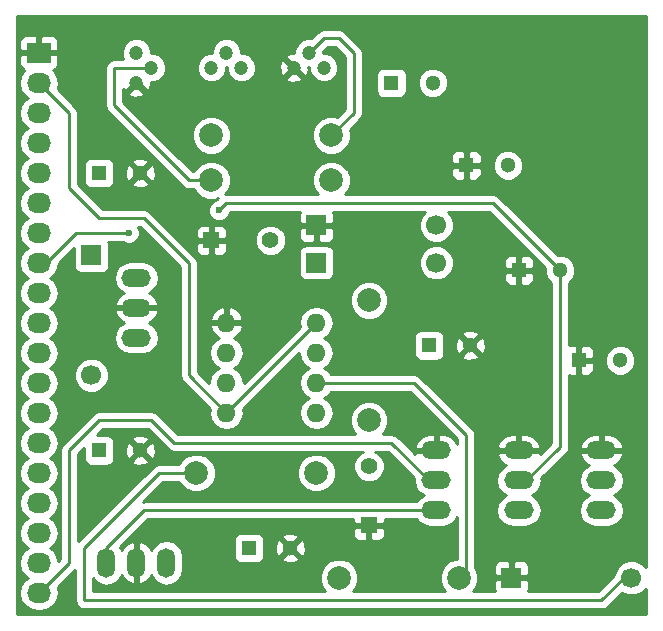
<source format=gbl>
G04 #@! TF.FileFunction,Copper,L2,Bot,Signal*
%FSLAX46Y46*%
G04 Gerber Fmt 4.6, Leading zero omitted, Abs format (unit mm)*
G04 Created by KiCad (PCBNEW 4.0.4+e1-6308~48~ubuntu16.04.1-stable) date Fri Nov  4 19:49:53 2016*
%MOMM*%
%LPD*%
G01*
G04 APERTURE LIST*
%ADD10C,0.100000*%
%ADD11R,1.400000X1.400000*%
%ADD12C,1.400000*%
%ADD13O,1.600000X1.600000*%
%ADD14O,2.499360X1.501140*%
%ADD15O,1.501140X2.499360*%
%ADD16R,2.032000X1.727200*%
%ADD17O,2.032000X1.727200*%
%ADD18C,1.200000*%
%ADD19C,1.998980*%
%ADD20C,1.300000*%
%ADD21R,1.300000X1.300000*%
%ADD22C,1.699260*%
%ADD23R,1.699260X1.699260*%
%ADD24C,0.600000*%
%ADD25C,0.250000*%
%ADD26C,0.254000*%
G04 APERTURE END LIST*
D10*
D11*
X60960000Y-84455000D03*
D12*
X60960000Y-79455000D03*
D11*
X47625000Y-60325000D03*
D12*
X52625000Y-60325000D03*
D13*
X48895000Y-67310000D03*
X48895000Y-69850000D03*
X48895000Y-72390000D03*
X48895000Y-74930000D03*
X56515000Y-74930000D03*
X56515000Y-72390000D03*
X56515000Y-69850000D03*
X56515000Y-67310000D03*
D14*
X41275000Y-66040000D03*
X41275000Y-63500000D03*
X41275000Y-68580000D03*
D15*
X41275000Y-87630000D03*
X38735000Y-87630000D03*
X43815000Y-87630000D03*
D14*
X66675000Y-80645000D03*
X66675000Y-78105000D03*
X66675000Y-83185000D03*
X80645000Y-80645000D03*
X80645000Y-78105000D03*
X80645000Y-83185000D03*
X73660000Y-80645000D03*
X73660000Y-78105000D03*
X73660000Y-83185000D03*
D16*
X33020000Y-44450000D03*
D17*
X33020000Y-46990000D03*
X33020000Y-49530000D03*
X33020000Y-52070000D03*
X33020000Y-54610000D03*
X33020000Y-57150000D03*
X33020000Y-59690000D03*
X33020000Y-62230000D03*
X33020000Y-64770000D03*
X33020000Y-67310000D03*
X33020000Y-69850000D03*
X33020000Y-72390000D03*
X33020000Y-74930000D03*
X33020000Y-77470000D03*
X33020000Y-80010000D03*
X33020000Y-82550000D03*
X33020000Y-85090000D03*
X33020000Y-87630000D03*
X33020000Y-90170000D03*
D18*
X57150000Y-45720000D03*
X55880000Y-44450000D03*
X54610000Y-45720000D03*
X50165000Y-45720000D03*
X48895000Y-44450000D03*
X47625000Y-45720000D03*
X41275000Y-46990000D03*
X42545000Y-45720000D03*
X41275000Y-44450000D03*
D19*
X46355000Y-80010000D03*
X56515000Y-80010000D03*
X47625000Y-51435000D03*
X57785000Y-51435000D03*
X47625000Y-55245000D03*
X57785000Y-55245000D03*
X58420000Y-88900000D03*
X68580000Y-88900000D03*
X60960000Y-75565000D03*
X60960000Y-65405000D03*
D20*
X82240000Y-70485000D03*
D21*
X78740000Y-70485000D03*
D20*
X77160000Y-62865000D03*
D21*
X73660000Y-62865000D03*
D20*
X72715000Y-53975000D03*
D21*
X69215000Y-53975000D03*
D20*
X66365000Y-46990000D03*
D21*
X62865000Y-46990000D03*
D20*
X69540000Y-69215000D03*
D21*
X66040000Y-69215000D03*
D20*
X54300000Y-86360000D03*
D21*
X50800000Y-86360000D03*
D20*
X41600000Y-78105000D03*
D21*
X38100000Y-78105000D03*
D20*
X41600000Y-54610000D03*
D21*
X38100000Y-54610000D03*
D22*
X66675520Y-62227460D03*
D23*
X56515520Y-62227460D03*
D22*
X66675520Y-59052460D03*
D23*
X56515520Y-59052460D03*
D22*
X83185520Y-88897460D03*
D23*
X73025520Y-88897460D03*
D22*
X37467540Y-71755520D03*
D23*
X37467540Y-61595520D03*
D24*
X40640000Y-59690000D03*
X48260000Y-57785000D03*
D25*
X56515000Y-72390000D02*
X64770000Y-72390000D01*
X69215000Y-76835000D02*
X69215000Y-88265000D01*
X64770000Y-72390000D02*
X69215000Y-76835000D01*
X69215000Y-88265000D02*
X68580000Y-88900000D01*
X38735000Y-87630000D02*
X38735000Y-86360000D01*
X41910000Y-83185000D02*
X66675000Y-83185000D01*
X38735000Y-86360000D02*
X41910000Y-83185000D01*
X33020000Y-46990000D02*
X35560000Y-49530000D01*
X45720000Y-71755000D02*
X48895000Y-74930000D01*
X45720000Y-62230000D02*
X45720000Y-71755000D01*
X41910000Y-58420000D02*
X45720000Y-62230000D01*
X38100000Y-58420000D02*
X41910000Y-58420000D01*
X35560000Y-55880000D02*
X38100000Y-58420000D01*
X35560000Y-49530000D02*
X35560000Y-55880000D01*
X56515000Y-67310000D02*
X48895000Y-74930000D01*
X66675000Y-80645000D02*
X66040000Y-80645000D01*
X66040000Y-80645000D02*
X62865000Y-77470000D01*
X35560000Y-87630000D02*
X33020000Y-90170000D01*
X35560000Y-78105000D02*
X35560000Y-87630000D01*
X38100000Y-75565000D02*
X35560000Y-78105000D01*
X42545000Y-75565000D02*
X38100000Y-75565000D01*
X44450000Y-77470000D02*
X42545000Y-75565000D01*
X62865000Y-77470000D02*
X44450000Y-77470000D01*
X33020000Y-62230000D02*
X33655000Y-62230000D01*
X33655000Y-62230000D02*
X36195000Y-59690000D01*
X36195000Y-59690000D02*
X40640000Y-59690000D01*
X48260000Y-57785000D02*
X48895000Y-57150000D01*
X48895000Y-57150000D02*
X71445000Y-57150000D01*
X71445000Y-57150000D02*
X77160000Y-62865000D01*
X73660000Y-80645000D02*
X74295000Y-80645000D01*
X74295000Y-80645000D02*
X77160000Y-77780000D01*
X77160000Y-77780000D02*
X77160000Y-62865000D01*
X46355000Y-80010000D02*
X43180000Y-80010000D01*
X80645000Y-90805000D02*
X82552540Y-88897460D01*
X36830000Y-90805000D02*
X80645000Y-90805000D01*
X36830000Y-86360000D02*
X36830000Y-90805000D01*
X43180000Y-80010000D02*
X36830000Y-86360000D01*
X82552540Y-88897460D02*
X83185520Y-88897460D01*
X42545000Y-45720000D02*
X39370000Y-45720000D01*
X45720000Y-55245000D02*
X47625000Y-55245000D01*
X39370000Y-48895000D02*
X45720000Y-55245000D01*
X39370000Y-45720000D02*
X39370000Y-48895000D01*
X55880000Y-44450000D02*
X57150000Y-43180000D01*
X59690000Y-49530000D02*
X57785000Y-51435000D01*
X59690000Y-44450000D02*
X59690000Y-49530000D01*
X58420000Y-43180000D02*
X59690000Y-44450000D01*
X57150000Y-43180000D02*
X58420000Y-43180000D01*
X57785000Y-51435000D02*
X57785000Y-50800000D01*
D26*
G36*
X84380000Y-87992608D02*
X84027594Y-87639586D01*
X83482127Y-87413088D01*
X82891504Y-87412572D01*
X82345643Y-87638118D01*
X81927646Y-88055386D01*
X81701148Y-88600853D01*
X81701084Y-88674114D01*
X80330198Y-90045000D01*
X74439071Y-90045000D01*
X74510150Y-89873400D01*
X74510150Y-89183210D01*
X74351400Y-89024460D01*
X73152520Y-89024460D01*
X73152520Y-89044460D01*
X72898520Y-89044460D01*
X72898520Y-89024460D01*
X71699640Y-89024460D01*
X71540890Y-89183210D01*
X71540890Y-89873400D01*
X71611969Y-90045000D01*
X69746539Y-90045000D01*
X69964846Y-89827073D01*
X70214206Y-89226547D01*
X70214774Y-88576306D01*
X69975000Y-87996009D01*
X69975000Y-87921520D01*
X71540890Y-87921520D01*
X71540890Y-88611710D01*
X71699640Y-88770460D01*
X72898520Y-88770460D01*
X72898520Y-87571580D01*
X73152520Y-87571580D01*
X73152520Y-88770460D01*
X74351400Y-88770460D01*
X74510150Y-88611710D01*
X74510150Y-87921520D01*
X74413477Y-87688131D01*
X74234848Y-87509503D01*
X74001459Y-87412830D01*
X73311270Y-87412830D01*
X73152520Y-87571580D01*
X72898520Y-87571580D01*
X72739770Y-87412830D01*
X72049581Y-87412830D01*
X71816192Y-87509503D01*
X71637563Y-87688131D01*
X71540890Y-87921520D01*
X69975000Y-87921520D01*
X69975000Y-77763725D01*
X71818007Y-77763725D01*
X71940661Y-77978000D01*
X73533000Y-77978000D01*
X73533000Y-76719430D01*
X73787000Y-76719430D01*
X73787000Y-77978000D01*
X75379339Y-77978000D01*
X75501993Y-77763725D01*
X75487810Y-77692097D01*
X75228658Y-77215056D01*
X74806677Y-76873501D01*
X74286110Y-76719430D01*
X73787000Y-76719430D01*
X73533000Y-76719430D01*
X73033890Y-76719430D01*
X72513323Y-76873501D01*
X72091342Y-77215056D01*
X71832190Y-77692097D01*
X71818007Y-77763725D01*
X69975000Y-77763725D01*
X69975000Y-76835000D01*
X69961643Y-76767852D01*
X69917148Y-76544160D01*
X69752401Y-76297599D01*
X65307401Y-71852599D01*
X65060839Y-71687852D01*
X64770000Y-71630000D01*
X57727995Y-71630000D01*
X57557811Y-71375302D01*
X57175725Y-71120000D01*
X57557811Y-70864698D01*
X57868880Y-70399151D01*
X57978113Y-69850000D01*
X57868880Y-69300849D01*
X57557811Y-68835302D01*
X57175725Y-68580000D01*
X57198174Y-68565000D01*
X64742560Y-68565000D01*
X64742560Y-69865000D01*
X64786838Y-70100317D01*
X64925910Y-70316441D01*
X65138110Y-70461431D01*
X65390000Y-70512440D01*
X66690000Y-70512440D01*
X66925317Y-70468162D01*
X67141441Y-70329090D01*
X67286431Y-70116890D01*
X67287012Y-70114016D01*
X68820590Y-70114016D01*
X68876271Y-70344611D01*
X69359078Y-70512622D01*
X69869428Y-70483083D01*
X70203729Y-70344611D01*
X70259410Y-70114016D01*
X69540000Y-69394605D01*
X68820590Y-70114016D01*
X67287012Y-70114016D01*
X67337440Y-69865000D01*
X67337440Y-69034078D01*
X68242378Y-69034078D01*
X68271917Y-69544428D01*
X68410389Y-69878729D01*
X68640984Y-69934410D01*
X69360395Y-69215000D01*
X69719605Y-69215000D01*
X70439016Y-69934410D01*
X70669611Y-69878729D01*
X70837622Y-69395922D01*
X70808083Y-68885572D01*
X70669611Y-68551271D01*
X70439016Y-68495590D01*
X69719605Y-69215000D01*
X69360395Y-69215000D01*
X68640984Y-68495590D01*
X68410389Y-68551271D01*
X68242378Y-69034078D01*
X67337440Y-69034078D01*
X67337440Y-68565000D01*
X67293162Y-68329683D01*
X67284347Y-68315984D01*
X68820590Y-68315984D01*
X69540000Y-69035395D01*
X70259410Y-68315984D01*
X70203729Y-68085389D01*
X69720922Y-67917378D01*
X69210572Y-67946917D01*
X68876271Y-68085389D01*
X68820590Y-68315984D01*
X67284347Y-68315984D01*
X67154090Y-68113559D01*
X66941890Y-67968569D01*
X66690000Y-67917560D01*
X65390000Y-67917560D01*
X65154683Y-67961838D01*
X64938559Y-68100910D01*
X64793569Y-68313110D01*
X64742560Y-68565000D01*
X57198174Y-68565000D01*
X57557811Y-68324698D01*
X57868880Y-67859151D01*
X57978113Y-67310000D01*
X57868880Y-66760849D01*
X57557811Y-66295302D01*
X57092264Y-65984233D01*
X56543113Y-65875000D01*
X56486887Y-65875000D01*
X55937736Y-65984233D01*
X55472189Y-66295302D01*
X55161120Y-66760849D01*
X55051887Y-67310000D01*
X55116312Y-67633886D01*
X50357595Y-72392603D01*
X50358113Y-72390000D01*
X50248880Y-71840849D01*
X49937811Y-71375302D01*
X49555725Y-71120000D01*
X49937811Y-70864698D01*
X50248880Y-70399151D01*
X50358113Y-69850000D01*
X50248880Y-69300849D01*
X49937811Y-68835302D01*
X49533297Y-68565014D01*
X49750134Y-68462389D01*
X50126041Y-68047423D01*
X50286904Y-67659039D01*
X50164915Y-67437000D01*
X49022000Y-67437000D01*
X49022000Y-67457000D01*
X48768000Y-67457000D01*
X48768000Y-67437000D01*
X47625085Y-67437000D01*
X47503096Y-67659039D01*
X47663959Y-68047423D01*
X48039866Y-68462389D01*
X48256703Y-68565014D01*
X47852189Y-68835302D01*
X47541120Y-69300849D01*
X47431887Y-69850000D01*
X47541120Y-70399151D01*
X47852189Y-70864698D01*
X48234275Y-71120000D01*
X47852189Y-71375302D01*
X47541120Y-71840849D01*
X47431887Y-72390000D01*
X47432405Y-72392603D01*
X46480000Y-71440198D01*
X46480000Y-66960961D01*
X47503096Y-66960961D01*
X47625085Y-67183000D01*
X48768000Y-67183000D01*
X48768000Y-66039371D01*
X49022000Y-66039371D01*
X49022000Y-67183000D01*
X50164915Y-67183000D01*
X50286904Y-66960961D01*
X50126041Y-66572577D01*
X49750134Y-66157611D01*
X49244041Y-65918086D01*
X49022000Y-66039371D01*
X48768000Y-66039371D01*
X48545959Y-65918086D01*
X48039866Y-66157611D01*
X47663959Y-66572577D01*
X47503096Y-66960961D01*
X46480000Y-66960961D01*
X46480000Y-65728694D01*
X59325226Y-65728694D01*
X59573538Y-66329655D01*
X60032927Y-66789846D01*
X60633453Y-67039206D01*
X61283694Y-67039774D01*
X61884655Y-66791462D01*
X62344846Y-66332073D01*
X62594206Y-65731547D01*
X62594774Y-65081306D01*
X62346462Y-64480345D01*
X61887073Y-64020154D01*
X61286547Y-63770794D01*
X60636306Y-63770226D01*
X60035345Y-64018538D01*
X59575154Y-64477927D01*
X59325794Y-65078453D01*
X59325226Y-65728694D01*
X46480000Y-65728694D01*
X46480000Y-62230000D01*
X46422148Y-61939161D01*
X46257401Y-61692599D01*
X45175552Y-60610750D01*
X46290000Y-60610750D01*
X46290000Y-61151310D01*
X46386673Y-61384699D01*
X46565302Y-61563327D01*
X46798691Y-61660000D01*
X47339250Y-61660000D01*
X47498000Y-61501250D01*
X47498000Y-60452000D01*
X47752000Y-60452000D01*
X47752000Y-61501250D01*
X47910750Y-61660000D01*
X48451309Y-61660000D01*
X48684698Y-61563327D01*
X48863327Y-61384699D01*
X48960000Y-61151310D01*
X48960000Y-60610750D01*
X48938633Y-60589383D01*
X51289769Y-60589383D01*
X51492582Y-61080229D01*
X51867796Y-61456098D01*
X52358287Y-61659768D01*
X52889383Y-61660231D01*
X53380229Y-61457418D01*
X53459955Y-61377830D01*
X55018450Y-61377830D01*
X55018450Y-63077090D01*
X55062728Y-63312407D01*
X55201800Y-63528531D01*
X55414000Y-63673521D01*
X55665890Y-63724530D01*
X57365150Y-63724530D01*
X57600467Y-63680252D01*
X57816591Y-63541180D01*
X57961581Y-63328980D01*
X58012590Y-63077090D01*
X58012590Y-62521476D01*
X65190632Y-62521476D01*
X65416178Y-63067337D01*
X65833446Y-63485334D01*
X66378913Y-63711832D01*
X66969536Y-63712348D01*
X67515397Y-63486802D01*
X67852036Y-63150750D01*
X72375000Y-63150750D01*
X72375000Y-63641310D01*
X72471673Y-63874699D01*
X72650302Y-64053327D01*
X72883691Y-64150000D01*
X73374250Y-64150000D01*
X73533000Y-63991250D01*
X73533000Y-62992000D01*
X73787000Y-62992000D01*
X73787000Y-63991250D01*
X73945750Y-64150000D01*
X74436309Y-64150000D01*
X74669698Y-64053327D01*
X74848327Y-63874699D01*
X74945000Y-63641310D01*
X74945000Y-63150750D01*
X74786250Y-62992000D01*
X73787000Y-62992000D01*
X73533000Y-62992000D01*
X72533750Y-62992000D01*
X72375000Y-63150750D01*
X67852036Y-63150750D01*
X67933394Y-63069534D01*
X68159892Y-62524067D01*
X68160272Y-62088690D01*
X72375000Y-62088690D01*
X72375000Y-62579250D01*
X72533750Y-62738000D01*
X73533000Y-62738000D01*
X73533000Y-61738750D01*
X73787000Y-61738750D01*
X73787000Y-62738000D01*
X74786250Y-62738000D01*
X74945000Y-62579250D01*
X74945000Y-62088690D01*
X74848327Y-61855301D01*
X74669698Y-61676673D01*
X74436309Y-61580000D01*
X73945750Y-61580000D01*
X73787000Y-61738750D01*
X73533000Y-61738750D01*
X73374250Y-61580000D01*
X72883691Y-61580000D01*
X72650302Y-61676673D01*
X72471673Y-61855301D01*
X72375000Y-62088690D01*
X68160272Y-62088690D01*
X68160408Y-61933444D01*
X67934862Y-61387583D01*
X67517594Y-60969586D01*
X66972127Y-60743088D01*
X66381504Y-60742572D01*
X65835643Y-60968118D01*
X65417646Y-61385386D01*
X65191148Y-61930853D01*
X65190632Y-62521476D01*
X58012590Y-62521476D01*
X58012590Y-61377830D01*
X57968312Y-61142513D01*
X57829240Y-60926389D01*
X57617040Y-60781399D01*
X57365150Y-60730390D01*
X55665890Y-60730390D01*
X55430573Y-60774668D01*
X55214449Y-60913740D01*
X55069459Y-61125940D01*
X55018450Y-61377830D01*
X53459955Y-61377830D01*
X53756098Y-61082204D01*
X53959768Y-60591713D01*
X53960231Y-60060617D01*
X53757418Y-59569771D01*
X53526261Y-59338210D01*
X55030890Y-59338210D01*
X55030890Y-60028400D01*
X55127563Y-60261789D01*
X55306192Y-60440417D01*
X55539581Y-60537090D01*
X56229770Y-60537090D01*
X56388520Y-60378340D01*
X56388520Y-59179460D01*
X56642520Y-59179460D01*
X56642520Y-60378340D01*
X56801270Y-60537090D01*
X57491459Y-60537090D01*
X57724848Y-60440417D01*
X57903477Y-60261789D01*
X58000150Y-60028400D01*
X58000150Y-59338210D01*
X57841400Y-59179460D01*
X56642520Y-59179460D01*
X56388520Y-59179460D01*
X55189640Y-59179460D01*
X55030890Y-59338210D01*
X53526261Y-59338210D01*
X53382204Y-59193902D01*
X52891713Y-58990232D01*
X52360617Y-58989769D01*
X51869771Y-59192582D01*
X51493902Y-59567796D01*
X51290232Y-60058287D01*
X51289769Y-60589383D01*
X48938633Y-60589383D01*
X48801250Y-60452000D01*
X47752000Y-60452000D01*
X47498000Y-60452000D01*
X46448750Y-60452000D01*
X46290000Y-60610750D01*
X45175552Y-60610750D01*
X44063492Y-59498690D01*
X46290000Y-59498690D01*
X46290000Y-60039250D01*
X46448750Y-60198000D01*
X47498000Y-60198000D01*
X47498000Y-59148750D01*
X47752000Y-59148750D01*
X47752000Y-60198000D01*
X48801250Y-60198000D01*
X48960000Y-60039250D01*
X48960000Y-59498690D01*
X48863327Y-59265301D01*
X48684698Y-59086673D01*
X48451309Y-58990000D01*
X47910750Y-58990000D01*
X47752000Y-59148750D01*
X47498000Y-59148750D01*
X47339250Y-58990000D01*
X46798691Y-58990000D01*
X46565302Y-59086673D01*
X46386673Y-59265301D01*
X46290000Y-59498690D01*
X44063492Y-59498690D01*
X42447401Y-57882599D01*
X42200839Y-57717852D01*
X41910000Y-57660000D01*
X38414802Y-57660000D01*
X36320000Y-55565198D01*
X36320000Y-53960000D01*
X36802560Y-53960000D01*
X36802560Y-55260000D01*
X36846838Y-55495317D01*
X36985910Y-55711441D01*
X37198110Y-55856431D01*
X37450000Y-55907440D01*
X38750000Y-55907440D01*
X38985317Y-55863162D01*
X39201441Y-55724090D01*
X39346431Y-55511890D01*
X39347012Y-55509016D01*
X40880590Y-55509016D01*
X40936271Y-55739611D01*
X41419078Y-55907622D01*
X41929428Y-55878083D01*
X42263729Y-55739611D01*
X42319410Y-55509016D01*
X41600000Y-54789605D01*
X40880590Y-55509016D01*
X39347012Y-55509016D01*
X39397440Y-55260000D01*
X39397440Y-54429078D01*
X40302378Y-54429078D01*
X40331917Y-54939428D01*
X40470389Y-55273729D01*
X40700984Y-55329410D01*
X41420395Y-54610000D01*
X41779605Y-54610000D01*
X42499016Y-55329410D01*
X42729611Y-55273729D01*
X42897622Y-54790922D01*
X42868083Y-54280572D01*
X42729611Y-53946271D01*
X42499016Y-53890590D01*
X41779605Y-54610000D01*
X41420395Y-54610000D01*
X40700984Y-53890590D01*
X40470389Y-53946271D01*
X40302378Y-54429078D01*
X39397440Y-54429078D01*
X39397440Y-53960000D01*
X39353162Y-53724683D01*
X39344347Y-53710984D01*
X40880590Y-53710984D01*
X41600000Y-54430395D01*
X42319410Y-53710984D01*
X42263729Y-53480389D01*
X41780922Y-53312378D01*
X41270572Y-53341917D01*
X40936271Y-53480389D01*
X40880590Y-53710984D01*
X39344347Y-53710984D01*
X39214090Y-53508559D01*
X39001890Y-53363569D01*
X38750000Y-53312560D01*
X37450000Y-53312560D01*
X37214683Y-53356838D01*
X36998559Y-53495910D01*
X36853569Y-53708110D01*
X36802560Y-53960000D01*
X36320000Y-53960000D01*
X36320000Y-49530000D01*
X36262148Y-49239161D01*
X36262148Y-49239160D01*
X36097401Y-48992599D01*
X34602381Y-47497579D01*
X34703345Y-46990000D01*
X34589271Y-46416511D01*
X34264415Y-45930330D01*
X34242220Y-45915500D01*
X34395699Y-45851927D01*
X34527625Y-45720000D01*
X38610000Y-45720000D01*
X38610000Y-48895000D01*
X38667852Y-49185839D01*
X38832599Y-49432401D01*
X45182599Y-55782401D01*
X45429161Y-55947148D01*
X45720000Y-56005000D01*
X46170504Y-56005000D01*
X46238538Y-56169655D01*
X46697927Y-56629846D01*
X47298453Y-56879206D01*
X47948694Y-56879774D01*
X48190221Y-56779977D01*
X48120320Y-56849878D01*
X48074833Y-56849838D01*
X47731057Y-56991883D01*
X47467808Y-57254673D01*
X47325162Y-57598201D01*
X47324838Y-57970167D01*
X47466883Y-58313943D01*
X47729673Y-58577192D01*
X48073201Y-58719838D01*
X48445167Y-58720162D01*
X48788943Y-58578117D01*
X49052192Y-58315327D01*
X49194838Y-57971799D01*
X49194879Y-57924923D01*
X49209802Y-57910000D01*
X55099865Y-57910000D01*
X55030890Y-58076520D01*
X55030890Y-58766710D01*
X55189640Y-58925460D01*
X56388520Y-58925460D01*
X56388520Y-58905460D01*
X56642520Y-58905460D01*
X56642520Y-58925460D01*
X57841400Y-58925460D01*
X58000150Y-58766710D01*
X58000150Y-58076520D01*
X57931175Y-57910000D01*
X65718557Y-57910000D01*
X65417646Y-58210386D01*
X65191148Y-58755853D01*
X65190632Y-59346476D01*
X65416178Y-59892337D01*
X65833446Y-60310334D01*
X66378913Y-60536832D01*
X66969536Y-60537348D01*
X67515397Y-60311802D01*
X67933394Y-59894534D01*
X68159892Y-59349067D01*
X68160408Y-58758444D01*
X67934862Y-58212583D01*
X67632807Y-57910000D01*
X71130198Y-57910000D01*
X75875182Y-62654985D01*
X75874777Y-63119481D01*
X76069995Y-63591943D01*
X76400000Y-63922525D01*
X76400000Y-77465198D01*
X75471753Y-78393445D01*
X75379339Y-78232000D01*
X73787000Y-78232000D01*
X73787000Y-78252000D01*
X73533000Y-78252000D01*
X73533000Y-78232000D01*
X71940661Y-78232000D01*
X71818007Y-78446275D01*
X71832190Y-78517903D01*
X72091342Y-78994944D01*
X72513323Y-79336499D01*
X72603032Y-79363050D01*
X72593732Y-79364900D01*
X72144221Y-79665254D01*
X71843867Y-80114765D01*
X71738397Y-80645000D01*
X71843867Y-81175235D01*
X72144221Y-81624746D01*
X72578616Y-81915000D01*
X72144221Y-82205254D01*
X71843867Y-82654765D01*
X71738397Y-83185000D01*
X71843867Y-83715235D01*
X72144221Y-84164746D01*
X72593732Y-84465100D01*
X73123967Y-84570570D01*
X74196033Y-84570570D01*
X74726268Y-84465100D01*
X75175779Y-84164746D01*
X75476133Y-83715235D01*
X75581603Y-83185000D01*
X75476133Y-82654765D01*
X75175779Y-82205254D01*
X74741384Y-81915000D01*
X75175779Y-81624746D01*
X75476133Y-81175235D01*
X75581603Y-80645000D01*
X78723397Y-80645000D01*
X78828867Y-81175235D01*
X79129221Y-81624746D01*
X79563616Y-81915000D01*
X79129221Y-82205254D01*
X78828867Y-82654765D01*
X78723397Y-83185000D01*
X78828867Y-83715235D01*
X79129221Y-84164746D01*
X79578732Y-84465100D01*
X80108967Y-84570570D01*
X81181033Y-84570570D01*
X81711268Y-84465100D01*
X82160779Y-84164746D01*
X82461133Y-83715235D01*
X82566603Y-83185000D01*
X82461133Y-82654765D01*
X82160779Y-82205254D01*
X81726384Y-81915000D01*
X82160779Y-81624746D01*
X82461133Y-81175235D01*
X82566603Y-80645000D01*
X82461133Y-80114765D01*
X82160779Y-79665254D01*
X81711268Y-79364900D01*
X81701968Y-79363050D01*
X81791677Y-79336499D01*
X82213658Y-78994944D01*
X82472810Y-78517903D01*
X82486993Y-78446275D01*
X82364339Y-78232000D01*
X80772000Y-78232000D01*
X80772000Y-78252000D01*
X80518000Y-78252000D01*
X80518000Y-78232000D01*
X78925661Y-78232000D01*
X78803007Y-78446275D01*
X78817190Y-78517903D01*
X79076342Y-78994944D01*
X79498323Y-79336499D01*
X79588032Y-79363050D01*
X79578732Y-79364900D01*
X79129221Y-79665254D01*
X78828867Y-80114765D01*
X78723397Y-80645000D01*
X75581603Y-80645000D01*
X75546463Y-80468339D01*
X77697401Y-78317401D01*
X77862148Y-78070839D01*
X77920000Y-77780000D01*
X77920000Y-77763725D01*
X78803007Y-77763725D01*
X78925661Y-77978000D01*
X80518000Y-77978000D01*
X80518000Y-76719430D01*
X80772000Y-76719430D01*
X80772000Y-77978000D01*
X82364339Y-77978000D01*
X82486993Y-77763725D01*
X82472810Y-77692097D01*
X82213658Y-77215056D01*
X81791677Y-76873501D01*
X81271110Y-76719430D01*
X80772000Y-76719430D01*
X80518000Y-76719430D01*
X80018890Y-76719430D01*
X79498323Y-76873501D01*
X79076342Y-77215056D01*
X78817190Y-77692097D01*
X78803007Y-77763725D01*
X77920000Y-77763725D01*
X77920000Y-71751903D01*
X77963691Y-71770000D01*
X78454250Y-71770000D01*
X78613000Y-71611250D01*
X78613000Y-70612000D01*
X78867000Y-70612000D01*
X78867000Y-71611250D01*
X79025750Y-71770000D01*
X79516309Y-71770000D01*
X79749698Y-71673327D01*
X79928327Y-71494699D01*
X80025000Y-71261310D01*
X80025000Y-70770750D01*
X79993731Y-70739481D01*
X80954777Y-70739481D01*
X81149995Y-71211943D01*
X81511155Y-71573735D01*
X81983276Y-71769777D01*
X82494481Y-71770223D01*
X82966943Y-71575005D01*
X83328735Y-71213845D01*
X83524777Y-70741724D01*
X83525223Y-70230519D01*
X83330005Y-69758057D01*
X82968845Y-69396265D01*
X82496724Y-69200223D01*
X81985519Y-69199777D01*
X81513057Y-69394995D01*
X81151265Y-69756155D01*
X80955223Y-70228276D01*
X80954777Y-70739481D01*
X79993731Y-70739481D01*
X79866250Y-70612000D01*
X78867000Y-70612000D01*
X78613000Y-70612000D01*
X78593000Y-70612000D01*
X78593000Y-70358000D01*
X78613000Y-70358000D01*
X78613000Y-69358750D01*
X78867000Y-69358750D01*
X78867000Y-70358000D01*
X79866250Y-70358000D01*
X80025000Y-70199250D01*
X80025000Y-69708690D01*
X79928327Y-69475301D01*
X79749698Y-69296673D01*
X79516309Y-69200000D01*
X79025750Y-69200000D01*
X78867000Y-69358750D01*
X78613000Y-69358750D01*
X78454250Y-69200000D01*
X77963691Y-69200000D01*
X77920000Y-69218097D01*
X77920000Y-63922006D01*
X78248735Y-63593845D01*
X78444777Y-63121724D01*
X78445223Y-62610519D01*
X78250005Y-62138057D01*
X77888845Y-61776265D01*
X77416724Y-61580223D01*
X76949618Y-61579815D01*
X71982401Y-56612599D01*
X71735839Y-56447852D01*
X71445000Y-56390000D01*
X58951539Y-56390000D01*
X59169846Y-56172073D01*
X59419206Y-55571547D01*
X59419774Y-54921306D01*
X59171462Y-54320345D01*
X59111971Y-54260750D01*
X67930000Y-54260750D01*
X67930000Y-54751310D01*
X68026673Y-54984699D01*
X68205302Y-55163327D01*
X68438691Y-55260000D01*
X68929250Y-55260000D01*
X69088000Y-55101250D01*
X69088000Y-54102000D01*
X69342000Y-54102000D01*
X69342000Y-55101250D01*
X69500750Y-55260000D01*
X69991309Y-55260000D01*
X70224698Y-55163327D01*
X70403327Y-54984699D01*
X70500000Y-54751310D01*
X70500000Y-54260750D01*
X70468731Y-54229481D01*
X71429777Y-54229481D01*
X71624995Y-54701943D01*
X71986155Y-55063735D01*
X72458276Y-55259777D01*
X72969481Y-55260223D01*
X73441943Y-55065005D01*
X73803735Y-54703845D01*
X73999777Y-54231724D01*
X74000223Y-53720519D01*
X73805005Y-53248057D01*
X73443845Y-52886265D01*
X72971724Y-52690223D01*
X72460519Y-52689777D01*
X71988057Y-52884995D01*
X71626265Y-53246155D01*
X71430223Y-53718276D01*
X71429777Y-54229481D01*
X70468731Y-54229481D01*
X70341250Y-54102000D01*
X69342000Y-54102000D01*
X69088000Y-54102000D01*
X68088750Y-54102000D01*
X67930000Y-54260750D01*
X59111971Y-54260750D01*
X58712073Y-53860154D01*
X58111547Y-53610794D01*
X57461306Y-53610226D01*
X56860345Y-53858538D01*
X56400154Y-54317927D01*
X56150794Y-54918453D01*
X56150226Y-55568694D01*
X56398538Y-56169655D01*
X56618499Y-56390000D01*
X48895000Y-56390000D01*
X48765792Y-56415701D01*
X49009846Y-56172073D01*
X49259206Y-55571547D01*
X49259774Y-54921306D01*
X49011462Y-54320345D01*
X48552073Y-53860154D01*
X47951547Y-53610794D01*
X47301306Y-53610226D01*
X46700345Y-53858538D01*
X46240154Y-54317927D01*
X46170779Y-54485000D01*
X46034802Y-54485000D01*
X44748492Y-53198690D01*
X67930000Y-53198690D01*
X67930000Y-53689250D01*
X68088750Y-53848000D01*
X69088000Y-53848000D01*
X69088000Y-52848750D01*
X69342000Y-52848750D01*
X69342000Y-53848000D01*
X70341250Y-53848000D01*
X70500000Y-53689250D01*
X70500000Y-53198690D01*
X70403327Y-52965301D01*
X70224698Y-52786673D01*
X69991309Y-52690000D01*
X69500750Y-52690000D01*
X69342000Y-52848750D01*
X69088000Y-52848750D01*
X68929250Y-52690000D01*
X68438691Y-52690000D01*
X68205302Y-52786673D01*
X68026673Y-52965301D01*
X67930000Y-53198690D01*
X44748492Y-53198690D01*
X43308496Y-51758694D01*
X45990226Y-51758694D01*
X46238538Y-52359655D01*
X46697927Y-52819846D01*
X47298453Y-53069206D01*
X47948694Y-53069774D01*
X48549655Y-52821462D01*
X49009846Y-52362073D01*
X49259206Y-51761547D01*
X49259774Y-51111306D01*
X49011462Y-50510345D01*
X48552073Y-50050154D01*
X47951547Y-49800794D01*
X47301306Y-49800226D01*
X46700345Y-50048538D01*
X46240154Y-50507927D01*
X45990794Y-51108453D01*
X45990226Y-51758694D01*
X43308496Y-51758694D01*
X40130000Y-48580198D01*
X40130000Y-47852735D01*
X40591870Y-47852735D01*
X40641383Y-48078164D01*
X41106036Y-48237807D01*
X41596413Y-48207482D01*
X41908617Y-48078164D01*
X41958130Y-47852735D01*
X41275000Y-47169605D01*
X40591870Y-47852735D01*
X40130000Y-47852735D01*
X40130000Y-47486402D01*
X40186836Y-47623617D01*
X40412265Y-47673130D01*
X41095395Y-46990000D01*
X41081253Y-46975858D01*
X41260858Y-46796253D01*
X41275000Y-46810395D01*
X41289143Y-46796253D01*
X41468748Y-46975858D01*
X41454605Y-46990000D01*
X42137735Y-47673130D01*
X42363164Y-47623617D01*
X42522807Y-47158964D01*
X42510192Y-46954970D01*
X42789579Y-46955214D01*
X43243657Y-46767592D01*
X43591371Y-46420485D01*
X43779785Y-45966734D01*
X43779786Y-45964579D01*
X46389786Y-45964579D01*
X46577408Y-46418657D01*
X46924515Y-46766371D01*
X47378266Y-46954785D01*
X47869579Y-46955214D01*
X48323657Y-46767592D01*
X48671371Y-46420485D01*
X48859785Y-45966734D01*
X48860031Y-45684970D01*
X48930030Y-45685031D01*
X48929786Y-45964579D01*
X49117408Y-46418657D01*
X49464515Y-46766371D01*
X49918266Y-46954785D01*
X50409579Y-46955214D01*
X50863657Y-46767592D01*
X51048837Y-46582735D01*
X53926870Y-46582735D01*
X53976383Y-46808164D01*
X54441036Y-46967807D01*
X54931413Y-46937482D01*
X55243617Y-46808164D01*
X55293130Y-46582735D01*
X54610000Y-45899605D01*
X53926870Y-46582735D01*
X51048837Y-46582735D01*
X51211371Y-46420485D01*
X51399785Y-45966734D01*
X51400147Y-45551036D01*
X53362193Y-45551036D01*
X53392518Y-46041413D01*
X53521836Y-46353617D01*
X53747265Y-46403130D01*
X54430395Y-45720000D01*
X53747265Y-45036870D01*
X53521836Y-45086383D01*
X53362193Y-45551036D01*
X51400147Y-45551036D01*
X51400214Y-45475421D01*
X51212592Y-45021343D01*
X51048801Y-44857265D01*
X53926870Y-44857265D01*
X54610000Y-45540395D01*
X54624143Y-45526253D01*
X54803748Y-45705858D01*
X54789605Y-45720000D01*
X55472735Y-46403130D01*
X55698164Y-46353617D01*
X55857807Y-45888964D01*
X55845192Y-45684970D01*
X55915030Y-45685031D01*
X55914786Y-45964579D01*
X56102408Y-46418657D01*
X56449515Y-46766371D01*
X56903266Y-46954785D01*
X57394579Y-46955214D01*
X57848657Y-46767592D01*
X58196371Y-46420485D01*
X58384785Y-45966734D01*
X58385214Y-45475421D01*
X58197592Y-45021343D01*
X57850485Y-44673629D01*
X57396734Y-44485215D01*
X57114970Y-44484969D01*
X57115140Y-44289662D01*
X57464802Y-43940000D01*
X58105198Y-43940000D01*
X58930000Y-44764802D01*
X58930000Y-49215198D01*
X58276083Y-49869115D01*
X58111547Y-49800794D01*
X57461306Y-49800226D01*
X56860345Y-50048538D01*
X56400154Y-50507927D01*
X56150794Y-51108453D01*
X56150226Y-51758694D01*
X56398538Y-52359655D01*
X56857927Y-52819846D01*
X57458453Y-53069206D01*
X58108694Y-53069774D01*
X58709655Y-52821462D01*
X59169846Y-52362073D01*
X59419206Y-51761547D01*
X59419774Y-51111306D01*
X59350691Y-50944111D01*
X60227401Y-50067401D01*
X60392148Y-49820839D01*
X60450000Y-49530000D01*
X60450000Y-46340000D01*
X61567560Y-46340000D01*
X61567560Y-47640000D01*
X61611838Y-47875317D01*
X61750910Y-48091441D01*
X61963110Y-48236431D01*
X62215000Y-48287440D01*
X63515000Y-48287440D01*
X63750317Y-48243162D01*
X63966441Y-48104090D01*
X64111431Y-47891890D01*
X64162440Y-47640000D01*
X64162440Y-47244481D01*
X65079777Y-47244481D01*
X65274995Y-47716943D01*
X65636155Y-48078735D01*
X66108276Y-48274777D01*
X66619481Y-48275223D01*
X67091943Y-48080005D01*
X67453735Y-47718845D01*
X67649777Y-47246724D01*
X67650223Y-46735519D01*
X67455005Y-46263057D01*
X67093845Y-45901265D01*
X66621724Y-45705223D01*
X66110519Y-45704777D01*
X65638057Y-45899995D01*
X65276265Y-46261155D01*
X65080223Y-46733276D01*
X65079777Y-47244481D01*
X64162440Y-47244481D01*
X64162440Y-46340000D01*
X64118162Y-46104683D01*
X63979090Y-45888559D01*
X63766890Y-45743569D01*
X63515000Y-45692560D01*
X62215000Y-45692560D01*
X61979683Y-45736838D01*
X61763559Y-45875910D01*
X61618569Y-46088110D01*
X61567560Y-46340000D01*
X60450000Y-46340000D01*
X60450000Y-44450000D01*
X60392148Y-44159161D01*
X60392148Y-44159160D01*
X60227401Y-43912599D01*
X58957401Y-42642599D01*
X58710839Y-42477852D01*
X58420000Y-42420000D01*
X57150000Y-42420000D01*
X56859160Y-42477852D01*
X56612599Y-42642599D01*
X56040059Y-43215139D01*
X55635421Y-43214786D01*
X55181343Y-43402408D01*
X54833629Y-43749515D01*
X54645215Y-44203266D01*
X54644973Y-44480479D01*
X54288587Y-44502518D01*
X53976383Y-44631836D01*
X53926870Y-44857265D01*
X51048801Y-44857265D01*
X50865485Y-44673629D01*
X50411734Y-44485215D01*
X50129970Y-44484969D01*
X50130214Y-44205421D01*
X49942592Y-43751343D01*
X49595485Y-43403629D01*
X49141734Y-43215215D01*
X48650421Y-43214786D01*
X48196343Y-43402408D01*
X47848629Y-43749515D01*
X47660215Y-44203266D01*
X47659969Y-44485030D01*
X47380421Y-44484786D01*
X46926343Y-44672408D01*
X46578629Y-45019515D01*
X46390215Y-45473266D01*
X46389786Y-45964579D01*
X43779786Y-45964579D01*
X43780214Y-45475421D01*
X43592592Y-45021343D01*
X43245485Y-44673629D01*
X42791734Y-44485215D01*
X42509970Y-44484969D01*
X42510214Y-44205421D01*
X42322592Y-43751343D01*
X41975485Y-43403629D01*
X41521734Y-43215215D01*
X41030421Y-43214786D01*
X40576343Y-43402408D01*
X40228629Y-43749515D01*
X40040215Y-44203266D01*
X40039786Y-44694579D01*
X40149456Y-44960000D01*
X39370000Y-44960000D01*
X39079161Y-45017852D01*
X38832599Y-45182599D01*
X38667852Y-45429161D01*
X38610000Y-45720000D01*
X34527625Y-45720000D01*
X34574327Y-45673298D01*
X34671000Y-45439909D01*
X34671000Y-44735750D01*
X34512250Y-44577000D01*
X33147000Y-44577000D01*
X33147000Y-44597000D01*
X32893000Y-44597000D01*
X32893000Y-44577000D01*
X31527750Y-44577000D01*
X31369000Y-44735750D01*
X31369000Y-45439909D01*
X31465673Y-45673298D01*
X31644301Y-45851927D01*
X31797780Y-45915500D01*
X31775585Y-45930330D01*
X31450729Y-46416511D01*
X31336655Y-46990000D01*
X31450729Y-47563489D01*
X31775585Y-48049670D01*
X32090366Y-48260000D01*
X31775585Y-48470330D01*
X31450729Y-48956511D01*
X31336655Y-49530000D01*
X31450729Y-50103489D01*
X31775585Y-50589670D01*
X32090366Y-50800000D01*
X31775585Y-51010330D01*
X31450729Y-51496511D01*
X31336655Y-52070000D01*
X31450729Y-52643489D01*
X31775585Y-53129670D01*
X32090366Y-53340000D01*
X31775585Y-53550330D01*
X31450729Y-54036511D01*
X31336655Y-54610000D01*
X31450729Y-55183489D01*
X31775585Y-55669670D01*
X32090366Y-55880000D01*
X31775585Y-56090330D01*
X31450729Y-56576511D01*
X31336655Y-57150000D01*
X31450729Y-57723489D01*
X31775585Y-58209670D01*
X32090366Y-58420000D01*
X31775585Y-58630330D01*
X31450729Y-59116511D01*
X31336655Y-59690000D01*
X31450729Y-60263489D01*
X31775585Y-60749670D01*
X32090366Y-60960000D01*
X31775585Y-61170330D01*
X31450729Y-61656511D01*
X31336655Y-62230000D01*
X31450729Y-62803489D01*
X31775585Y-63289670D01*
X32090366Y-63500000D01*
X31775585Y-63710330D01*
X31450729Y-64196511D01*
X31336655Y-64770000D01*
X31450729Y-65343489D01*
X31775585Y-65829670D01*
X32090366Y-66040000D01*
X31775585Y-66250330D01*
X31450729Y-66736511D01*
X31336655Y-67310000D01*
X31450729Y-67883489D01*
X31775585Y-68369670D01*
X32090366Y-68580000D01*
X31775585Y-68790330D01*
X31450729Y-69276511D01*
X31336655Y-69850000D01*
X31450729Y-70423489D01*
X31775585Y-70909670D01*
X32090366Y-71120000D01*
X31775585Y-71330330D01*
X31450729Y-71816511D01*
X31336655Y-72390000D01*
X31450729Y-72963489D01*
X31775585Y-73449670D01*
X32090366Y-73660000D01*
X31775585Y-73870330D01*
X31450729Y-74356511D01*
X31336655Y-74930000D01*
X31450729Y-75503489D01*
X31775585Y-75989670D01*
X32090366Y-76200000D01*
X31775585Y-76410330D01*
X31450729Y-76896511D01*
X31336655Y-77470000D01*
X31450729Y-78043489D01*
X31775585Y-78529670D01*
X32090366Y-78740000D01*
X31775585Y-78950330D01*
X31450729Y-79436511D01*
X31336655Y-80010000D01*
X31450729Y-80583489D01*
X31775585Y-81069670D01*
X32090366Y-81280000D01*
X31775585Y-81490330D01*
X31450729Y-81976511D01*
X31336655Y-82550000D01*
X31450729Y-83123489D01*
X31775585Y-83609670D01*
X32090366Y-83820000D01*
X31775585Y-84030330D01*
X31450729Y-84516511D01*
X31336655Y-85090000D01*
X31450729Y-85663489D01*
X31775585Y-86149670D01*
X32090366Y-86360000D01*
X31775585Y-86570330D01*
X31450729Y-87056511D01*
X31336655Y-87630000D01*
X31450729Y-88203489D01*
X31775585Y-88689670D01*
X32090366Y-88900000D01*
X31775585Y-89110330D01*
X31450729Y-89596511D01*
X31336655Y-90170000D01*
X31450729Y-90743489D01*
X31775585Y-91229670D01*
X32261766Y-91554526D01*
X32835255Y-91668600D01*
X33204745Y-91668600D01*
X33778234Y-91554526D01*
X34264415Y-91229670D01*
X34589271Y-90743489D01*
X34703345Y-90170000D01*
X34602381Y-89662421D01*
X36070000Y-88194802D01*
X36070000Y-90805000D01*
X36127852Y-91095839D01*
X36292599Y-91342401D01*
X36539161Y-91507148D01*
X36830000Y-91565000D01*
X80645000Y-91565000D01*
X80935839Y-91507148D01*
X81182401Y-91342401D01*
X82361833Y-90162969D01*
X82888913Y-90381832D01*
X83479536Y-90382348D01*
X84025397Y-90156802D01*
X84380000Y-89802817D01*
X84380000Y-92000000D01*
X31190000Y-92000000D01*
X31190000Y-43460091D01*
X31369000Y-43460091D01*
X31369000Y-44164250D01*
X31527750Y-44323000D01*
X32893000Y-44323000D01*
X32893000Y-43110150D01*
X33147000Y-43110150D01*
X33147000Y-44323000D01*
X34512250Y-44323000D01*
X34671000Y-44164250D01*
X34671000Y-43460091D01*
X34574327Y-43226702D01*
X34395699Y-43048073D01*
X34162310Y-42951400D01*
X33305750Y-42951400D01*
X33147000Y-43110150D01*
X32893000Y-43110150D01*
X32734250Y-42951400D01*
X31877690Y-42951400D01*
X31644301Y-43048073D01*
X31465673Y-43226702D01*
X31369000Y-43460091D01*
X31190000Y-43460091D01*
X31190000Y-41350000D01*
X84380000Y-41350000D01*
X84380000Y-87992608D01*
X84380000Y-87992608D01*
G37*
X84380000Y-87992608D02*
X84027594Y-87639586D01*
X83482127Y-87413088D01*
X82891504Y-87412572D01*
X82345643Y-87638118D01*
X81927646Y-88055386D01*
X81701148Y-88600853D01*
X81701084Y-88674114D01*
X80330198Y-90045000D01*
X74439071Y-90045000D01*
X74510150Y-89873400D01*
X74510150Y-89183210D01*
X74351400Y-89024460D01*
X73152520Y-89024460D01*
X73152520Y-89044460D01*
X72898520Y-89044460D01*
X72898520Y-89024460D01*
X71699640Y-89024460D01*
X71540890Y-89183210D01*
X71540890Y-89873400D01*
X71611969Y-90045000D01*
X69746539Y-90045000D01*
X69964846Y-89827073D01*
X70214206Y-89226547D01*
X70214774Y-88576306D01*
X69975000Y-87996009D01*
X69975000Y-87921520D01*
X71540890Y-87921520D01*
X71540890Y-88611710D01*
X71699640Y-88770460D01*
X72898520Y-88770460D01*
X72898520Y-87571580D01*
X73152520Y-87571580D01*
X73152520Y-88770460D01*
X74351400Y-88770460D01*
X74510150Y-88611710D01*
X74510150Y-87921520D01*
X74413477Y-87688131D01*
X74234848Y-87509503D01*
X74001459Y-87412830D01*
X73311270Y-87412830D01*
X73152520Y-87571580D01*
X72898520Y-87571580D01*
X72739770Y-87412830D01*
X72049581Y-87412830D01*
X71816192Y-87509503D01*
X71637563Y-87688131D01*
X71540890Y-87921520D01*
X69975000Y-87921520D01*
X69975000Y-77763725D01*
X71818007Y-77763725D01*
X71940661Y-77978000D01*
X73533000Y-77978000D01*
X73533000Y-76719430D01*
X73787000Y-76719430D01*
X73787000Y-77978000D01*
X75379339Y-77978000D01*
X75501993Y-77763725D01*
X75487810Y-77692097D01*
X75228658Y-77215056D01*
X74806677Y-76873501D01*
X74286110Y-76719430D01*
X73787000Y-76719430D01*
X73533000Y-76719430D01*
X73033890Y-76719430D01*
X72513323Y-76873501D01*
X72091342Y-77215056D01*
X71832190Y-77692097D01*
X71818007Y-77763725D01*
X69975000Y-77763725D01*
X69975000Y-76835000D01*
X69961643Y-76767852D01*
X69917148Y-76544160D01*
X69752401Y-76297599D01*
X65307401Y-71852599D01*
X65060839Y-71687852D01*
X64770000Y-71630000D01*
X57727995Y-71630000D01*
X57557811Y-71375302D01*
X57175725Y-71120000D01*
X57557811Y-70864698D01*
X57868880Y-70399151D01*
X57978113Y-69850000D01*
X57868880Y-69300849D01*
X57557811Y-68835302D01*
X57175725Y-68580000D01*
X57198174Y-68565000D01*
X64742560Y-68565000D01*
X64742560Y-69865000D01*
X64786838Y-70100317D01*
X64925910Y-70316441D01*
X65138110Y-70461431D01*
X65390000Y-70512440D01*
X66690000Y-70512440D01*
X66925317Y-70468162D01*
X67141441Y-70329090D01*
X67286431Y-70116890D01*
X67287012Y-70114016D01*
X68820590Y-70114016D01*
X68876271Y-70344611D01*
X69359078Y-70512622D01*
X69869428Y-70483083D01*
X70203729Y-70344611D01*
X70259410Y-70114016D01*
X69540000Y-69394605D01*
X68820590Y-70114016D01*
X67287012Y-70114016D01*
X67337440Y-69865000D01*
X67337440Y-69034078D01*
X68242378Y-69034078D01*
X68271917Y-69544428D01*
X68410389Y-69878729D01*
X68640984Y-69934410D01*
X69360395Y-69215000D01*
X69719605Y-69215000D01*
X70439016Y-69934410D01*
X70669611Y-69878729D01*
X70837622Y-69395922D01*
X70808083Y-68885572D01*
X70669611Y-68551271D01*
X70439016Y-68495590D01*
X69719605Y-69215000D01*
X69360395Y-69215000D01*
X68640984Y-68495590D01*
X68410389Y-68551271D01*
X68242378Y-69034078D01*
X67337440Y-69034078D01*
X67337440Y-68565000D01*
X67293162Y-68329683D01*
X67284347Y-68315984D01*
X68820590Y-68315984D01*
X69540000Y-69035395D01*
X70259410Y-68315984D01*
X70203729Y-68085389D01*
X69720922Y-67917378D01*
X69210572Y-67946917D01*
X68876271Y-68085389D01*
X68820590Y-68315984D01*
X67284347Y-68315984D01*
X67154090Y-68113559D01*
X66941890Y-67968569D01*
X66690000Y-67917560D01*
X65390000Y-67917560D01*
X65154683Y-67961838D01*
X64938559Y-68100910D01*
X64793569Y-68313110D01*
X64742560Y-68565000D01*
X57198174Y-68565000D01*
X57557811Y-68324698D01*
X57868880Y-67859151D01*
X57978113Y-67310000D01*
X57868880Y-66760849D01*
X57557811Y-66295302D01*
X57092264Y-65984233D01*
X56543113Y-65875000D01*
X56486887Y-65875000D01*
X55937736Y-65984233D01*
X55472189Y-66295302D01*
X55161120Y-66760849D01*
X55051887Y-67310000D01*
X55116312Y-67633886D01*
X50357595Y-72392603D01*
X50358113Y-72390000D01*
X50248880Y-71840849D01*
X49937811Y-71375302D01*
X49555725Y-71120000D01*
X49937811Y-70864698D01*
X50248880Y-70399151D01*
X50358113Y-69850000D01*
X50248880Y-69300849D01*
X49937811Y-68835302D01*
X49533297Y-68565014D01*
X49750134Y-68462389D01*
X50126041Y-68047423D01*
X50286904Y-67659039D01*
X50164915Y-67437000D01*
X49022000Y-67437000D01*
X49022000Y-67457000D01*
X48768000Y-67457000D01*
X48768000Y-67437000D01*
X47625085Y-67437000D01*
X47503096Y-67659039D01*
X47663959Y-68047423D01*
X48039866Y-68462389D01*
X48256703Y-68565014D01*
X47852189Y-68835302D01*
X47541120Y-69300849D01*
X47431887Y-69850000D01*
X47541120Y-70399151D01*
X47852189Y-70864698D01*
X48234275Y-71120000D01*
X47852189Y-71375302D01*
X47541120Y-71840849D01*
X47431887Y-72390000D01*
X47432405Y-72392603D01*
X46480000Y-71440198D01*
X46480000Y-66960961D01*
X47503096Y-66960961D01*
X47625085Y-67183000D01*
X48768000Y-67183000D01*
X48768000Y-66039371D01*
X49022000Y-66039371D01*
X49022000Y-67183000D01*
X50164915Y-67183000D01*
X50286904Y-66960961D01*
X50126041Y-66572577D01*
X49750134Y-66157611D01*
X49244041Y-65918086D01*
X49022000Y-66039371D01*
X48768000Y-66039371D01*
X48545959Y-65918086D01*
X48039866Y-66157611D01*
X47663959Y-66572577D01*
X47503096Y-66960961D01*
X46480000Y-66960961D01*
X46480000Y-65728694D01*
X59325226Y-65728694D01*
X59573538Y-66329655D01*
X60032927Y-66789846D01*
X60633453Y-67039206D01*
X61283694Y-67039774D01*
X61884655Y-66791462D01*
X62344846Y-66332073D01*
X62594206Y-65731547D01*
X62594774Y-65081306D01*
X62346462Y-64480345D01*
X61887073Y-64020154D01*
X61286547Y-63770794D01*
X60636306Y-63770226D01*
X60035345Y-64018538D01*
X59575154Y-64477927D01*
X59325794Y-65078453D01*
X59325226Y-65728694D01*
X46480000Y-65728694D01*
X46480000Y-62230000D01*
X46422148Y-61939161D01*
X46257401Y-61692599D01*
X45175552Y-60610750D01*
X46290000Y-60610750D01*
X46290000Y-61151310D01*
X46386673Y-61384699D01*
X46565302Y-61563327D01*
X46798691Y-61660000D01*
X47339250Y-61660000D01*
X47498000Y-61501250D01*
X47498000Y-60452000D01*
X47752000Y-60452000D01*
X47752000Y-61501250D01*
X47910750Y-61660000D01*
X48451309Y-61660000D01*
X48684698Y-61563327D01*
X48863327Y-61384699D01*
X48960000Y-61151310D01*
X48960000Y-60610750D01*
X48938633Y-60589383D01*
X51289769Y-60589383D01*
X51492582Y-61080229D01*
X51867796Y-61456098D01*
X52358287Y-61659768D01*
X52889383Y-61660231D01*
X53380229Y-61457418D01*
X53459955Y-61377830D01*
X55018450Y-61377830D01*
X55018450Y-63077090D01*
X55062728Y-63312407D01*
X55201800Y-63528531D01*
X55414000Y-63673521D01*
X55665890Y-63724530D01*
X57365150Y-63724530D01*
X57600467Y-63680252D01*
X57816591Y-63541180D01*
X57961581Y-63328980D01*
X58012590Y-63077090D01*
X58012590Y-62521476D01*
X65190632Y-62521476D01*
X65416178Y-63067337D01*
X65833446Y-63485334D01*
X66378913Y-63711832D01*
X66969536Y-63712348D01*
X67515397Y-63486802D01*
X67852036Y-63150750D01*
X72375000Y-63150750D01*
X72375000Y-63641310D01*
X72471673Y-63874699D01*
X72650302Y-64053327D01*
X72883691Y-64150000D01*
X73374250Y-64150000D01*
X73533000Y-63991250D01*
X73533000Y-62992000D01*
X73787000Y-62992000D01*
X73787000Y-63991250D01*
X73945750Y-64150000D01*
X74436309Y-64150000D01*
X74669698Y-64053327D01*
X74848327Y-63874699D01*
X74945000Y-63641310D01*
X74945000Y-63150750D01*
X74786250Y-62992000D01*
X73787000Y-62992000D01*
X73533000Y-62992000D01*
X72533750Y-62992000D01*
X72375000Y-63150750D01*
X67852036Y-63150750D01*
X67933394Y-63069534D01*
X68159892Y-62524067D01*
X68160272Y-62088690D01*
X72375000Y-62088690D01*
X72375000Y-62579250D01*
X72533750Y-62738000D01*
X73533000Y-62738000D01*
X73533000Y-61738750D01*
X73787000Y-61738750D01*
X73787000Y-62738000D01*
X74786250Y-62738000D01*
X74945000Y-62579250D01*
X74945000Y-62088690D01*
X74848327Y-61855301D01*
X74669698Y-61676673D01*
X74436309Y-61580000D01*
X73945750Y-61580000D01*
X73787000Y-61738750D01*
X73533000Y-61738750D01*
X73374250Y-61580000D01*
X72883691Y-61580000D01*
X72650302Y-61676673D01*
X72471673Y-61855301D01*
X72375000Y-62088690D01*
X68160272Y-62088690D01*
X68160408Y-61933444D01*
X67934862Y-61387583D01*
X67517594Y-60969586D01*
X66972127Y-60743088D01*
X66381504Y-60742572D01*
X65835643Y-60968118D01*
X65417646Y-61385386D01*
X65191148Y-61930853D01*
X65190632Y-62521476D01*
X58012590Y-62521476D01*
X58012590Y-61377830D01*
X57968312Y-61142513D01*
X57829240Y-60926389D01*
X57617040Y-60781399D01*
X57365150Y-60730390D01*
X55665890Y-60730390D01*
X55430573Y-60774668D01*
X55214449Y-60913740D01*
X55069459Y-61125940D01*
X55018450Y-61377830D01*
X53459955Y-61377830D01*
X53756098Y-61082204D01*
X53959768Y-60591713D01*
X53960231Y-60060617D01*
X53757418Y-59569771D01*
X53526261Y-59338210D01*
X55030890Y-59338210D01*
X55030890Y-60028400D01*
X55127563Y-60261789D01*
X55306192Y-60440417D01*
X55539581Y-60537090D01*
X56229770Y-60537090D01*
X56388520Y-60378340D01*
X56388520Y-59179460D01*
X56642520Y-59179460D01*
X56642520Y-60378340D01*
X56801270Y-60537090D01*
X57491459Y-60537090D01*
X57724848Y-60440417D01*
X57903477Y-60261789D01*
X58000150Y-60028400D01*
X58000150Y-59338210D01*
X57841400Y-59179460D01*
X56642520Y-59179460D01*
X56388520Y-59179460D01*
X55189640Y-59179460D01*
X55030890Y-59338210D01*
X53526261Y-59338210D01*
X53382204Y-59193902D01*
X52891713Y-58990232D01*
X52360617Y-58989769D01*
X51869771Y-59192582D01*
X51493902Y-59567796D01*
X51290232Y-60058287D01*
X51289769Y-60589383D01*
X48938633Y-60589383D01*
X48801250Y-60452000D01*
X47752000Y-60452000D01*
X47498000Y-60452000D01*
X46448750Y-60452000D01*
X46290000Y-60610750D01*
X45175552Y-60610750D01*
X44063492Y-59498690D01*
X46290000Y-59498690D01*
X46290000Y-60039250D01*
X46448750Y-60198000D01*
X47498000Y-60198000D01*
X47498000Y-59148750D01*
X47752000Y-59148750D01*
X47752000Y-60198000D01*
X48801250Y-60198000D01*
X48960000Y-60039250D01*
X48960000Y-59498690D01*
X48863327Y-59265301D01*
X48684698Y-59086673D01*
X48451309Y-58990000D01*
X47910750Y-58990000D01*
X47752000Y-59148750D01*
X47498000Y-59148750D01*
X47339250Y-58990000D01*
X46798691Y-58990000D01*
X46565302Y-59086673D01*
X46386673Y-59265301D01*
X46290000Y-59498690D01*
X44063492Y-59498690D01*
X42447401Y-57882599D01*
X42200839Y-57717852D01*
X41910000Y-57660000D01*
X38414802Y-57660000D01*
X36320000Y-55565198D01*
X36320000Y-53960000D01*
X36802560Y-53960000D01*
X36802560Y-55260000D01*
X36846838Y-55495317D01*
X36985910Y-55711441D01*
X37198110Y-55856431D01*
X37450000Y-55907440D01*
X38750000Y-55907440D01*
X38985317Y-55863162D01*
X39201441Y-55724090D01*
X39346431Y-55511890D01*
X39347012Y-55509016D01*
X40880590Y-55509016D01*
X40936271Y-55739611D01*
X41419078Y-55907622D01*
X41929428Y-55878083D01*
X42263729Y-55739611D01*
X42319410Y-55509016D01*
X41600000Y-54789605D01*
X40880590Y-55509016D01*
X39347012Y-55509016D01*
X39397440Y-55260000D01*
X39397440Y-54429078D01*
X40302378Y-54429078D01*
X40331917Y-54939428D01*
X40470389Y-55273729D01*
X40700984Y-55329410D01*
X41420395Y-54610000D01*
X41779605Y-54610000D01*
X42499016Y-55329410D01*
X42729611Y-55273729D01*
X42897622Y-54790922D01*
X42868083Y-54280572D01*
X42729611Y-53946271D01*
X42499016Y-53890590D01*
X41779605Y-54610000D01*
X41420395Y-54610000D01*
X40700984Y-53890590D01*
X40470389Y-53946271D01*
X40302378Y-54429078D01*
X39397440Y-54429078D01*
X39397440Y-53960000D01*
X39353162Y-53724683D01*
X39344347Y-53710984D01*
X40880590Y-53710984D01*
X41600000Y-54430395D01*
X42319410Y-53710984D01*
X42263729Y-53480389D01*
X41780922Y-53312378D01*
X41270572Y-53341917D01*
X40936271Y-53480389D01*
X40880590Y-53710984D01*
X39344347Y-53710984D01*
X39214090Y-53508559D01*
X39001890Y-53363569D01*
X38750000Y-53312560D01*
X37450000Y-53312560D01*
X37214683Y-53356838D01*
X36998559Y-53495910D01*
X36853569Y-53708110D01*
X36802560Y-53960000D01*
X36320000Y-53960000D01*
X36320000Y-49530000D01*
X36262148Y-49239161D01*
X36262148Y-49239160D01*
X36097401Y-48992599D01*
X34602381Y-47497579D01*
X34703345Y-46990000D01*
X34589271Y-46416511D01*
X34264415Y-45930330D01*
X34242220Y-45915500D01*
X34395699Y-45851927D01*
X34527625Y-45720000D01*
X38610000Y-45720000D01*
X38610000Y-48895000D01*
X38667852Y-49185839D01*
X38832599Y-49432401D01*
X45182599Y-55782401D01*
X45429161Y-55947148D01*
X45720000Y-56005000D01*
X46170504Y-56005000D01*
X46238538Y-56169655D01*
X46697927Y-56629846D01*
X47298453Y-56879206D01*
X47948694Y-56879774D01*
X48190221Y-56779977D01*
X48120320Y-56849878D01*
X48074833Y-56849838D01*
X47731057Y-56991883D01*
X47467808Y-57254673D01*
X47325162Y-57598201D01*
X47324838Y-57970167D01*
X47466883Y-58313943D01*
X47729673Y-58577192D01*
X48073201Y-58719838D01*
X48445167Y-58720162D01*
X48788943Y-58578117D01*
X49052192Y-58315327D01*
X49194838Y-57971799D01*
X49194879Y-57924923D01*
X49209802Y-57910000D01*
X55099865Y-57910000D01*
X55030890Y-58076520D01*
X55030890Y-58766710D01*
X55189640Y-58925460D01*
X56388520Y-58925460D01*
X56388520Y-58905460D01*
X56642520Y-58905460D01*
X56642520Y-58925460D01*
X57841400Y-58925460D01*
X58000150Y-58766710D01*
X58000150Y-58076520D01*
X57931175Y-57910000D01*
X65718557Y-57910000D01*
X65417646Y-58210386D01*
X65191148Y-58755853D01*
X65190632Y-59346476D01*
X65416178Y-59892337D01*
X65833446Y-60310334D01*
X66378913Y-60536832D01*
X66969536Y-60537348D01*
X67515397Y-60311802D01*
X67933394Y-59894534D01*
X68159892Y-59349067D01*
X68160408Y-58758444D01*
X67934862Y-58212583D01*
X67632807Y-57910000D01*
X71130198Y-57910000D01*
X75875182Y-62654985D01*
X75874777Y-63119481D01*
X76069995Y-63591943D01*
X76400000Y-63922525D01*
X76400000Y-77465198D01*
X75471753Y-78393445D01*
X75379339Y-78232000D01*
X73787000Y-78232000D01*
X73787000Y-78252000D01*
X73533000Y-78252000D01*
X73533000Y-78232000D01*
X71940661Y-78232000D01*
X71818007Y-78446275D01*
X71832190Y-78517903D01*
X72091342Y-78994944D01*
X72513323Y-79336499D01*
X72603032Y-79363050D01*
X72593732Y-79364900D01*
X72144221Y-79665254D01*
X71843867Y-80114765D01*
X71738397Y-80645000D01*
X71843867Y-81175235D01*
X72144221Y-81624746D01*
X72578616Y-81915000D01*
X72144221Y-82205254D01*
X71843867Y-82654765D01*
X71738397Y-83185000D01*
X71843867Y-83715235D01*
X72144221Y-84164746D01*
X72593732Y-84465100D01*
X73123967Y-84570570D01*
X74196033Y-84570570D01*
X74726268Y-84465100D01*
X75175779Y-84164746D01*
X75476133Y-83715235D01*
X75581603Y-83185000D01*
X75476133Y-82654765D01*
X75175779Y-82205254D01*
X74741384Y-81915000D01*
X75175779Y-81624746D01*
X75476133Y-81175235D01*
X75581603Y-80645000D01*
X78723397Y-80645000D01*
X78828867Y-81175235D01*
X79129221Y-81624746D01*
X79563616Y-81915000D01*
X79129221Y-82205254D01*
X78828867Y-82654765D01*
X78723397Y-83185000D01*
X78828867Y-83715235D01*
X79129221Y-84164746D01*
X79578732Y-84465100D01*
X80108967Y-84570570D01*
X81181033Y-84570570D01*
X81711268Y-84465100D01*
X82160779Y-84164746D01*
X82461133Y-83715235D01*
X82566603Y-83185000D01*
X82461133Y-82654765D01*
X82160779Y-82205254D01*
X81726384Y-81915000D01*
X82160779Y-81624746D01*
X82461133Y-81175235D01*
X82566603Y-80645000D01*
X82461133Y-80114765D01*
X82160779Y-79665254D01*
X81711268Y-79364900D01*
X81701968Y-79363050D01*
X81791677Y-79336499D01*
X82213658Y-78994944D01*
X82472810Y-78517903D01*
X82486993Y-78446275D01*
X82364339Y-78232000D01*
X80772000Y-78232000D01*
X80772000Y-78252000D01*
X80518000Y-78252000D01*
X80518000Y-78232000D01*
X78925661Y-78232000D01*
X78803007Y-78446275D01*
X78817190Y-78517903D01*
X79076342Y-78994944D01*
X79498323Y-79336499D01*
X79588032Y-79363050D01*
X79578732Y-79364900D01*
X79129221Y-79665254D01*
X78828867Y-80114765D01*
X78723397Y-80645000D01*
X75581603Y-80645000D01*
X75546463Y-80468339D01*
X77697401Y-78317401D01*
X77862148Y-78070839D01*
X77920000Y-77780000D01*
X77920000Y-77763725D01*
X78803007Y-77763725D01*
X78925661Y-77978000D01*
X80518000Y-77978000D01*
X80518000Y-76719430D01*
X80772000Y-76719430D01*
X80772000Y-77978000D01*
X82364339Y-77978000D01*
X82486993Y-77763725D01*
X82472810Y-77692097D01*
X82213658Y-77215056D01*
X81791677Y-76873501D01*
X81271110Y-76719430D01*
X80772000Y-76719430D01*
X80518000Y-76719430D01*
X80018890Y-76719430D01*
X79498323Y-76873501D01*
X79076342Y-77215056D01*
X78817190Y-77692097D01*
X78803007Y-77763725D01*
X77920000Y-77763725D01*
X77920000Y-71751903D01*
X77963691Y-71770000D01*
X78454250Y-71770000D01*
X78613000Y-71611250D01*
X78613000Y-70612000D01*
X78867000Y-70612000D01*
X78867000Y-71611250D01*
X79025750Y-71770000D01*
X79516309Y-71770000D01*
X79749698Y-71673327D01*
X79928327Y-71494699D01*
X80025000Y-71261310D01*
X80025000Y-70770750D01*
X79993731Y-70739481D01*
X80954777Y-70739481D01*
X81149995Y-71211943D01*
X81511155Y-71573735D01*
X81983276Y-71769777D01*
X82494481Y-71770223D01*
X82966943Y-71575005D01*
X83328735Y-71213845D01*
X83524777Y-70741724D01*
X83525223Y-70230519D01*
X83330005Y-69758057D01*
X82968845Y-69396265D01*
X82496724Y-69200223D01*
X81985519Y-69199777D01*
X81513057Y-69394995D01*
X81151265Y-69756155D01*
X80955223Y-70228276D01*
X80954777Y-70739481D01*
X79993731Y-70739481D01*
X79866250Y-70612000D01*
X78867000Y-70612000D01*
X78613000Y-70612000D01*
X78593000Y-70612000D01*
X78593000Y-70358000D01*
X78613000Y-70358000D01*
X78613000Y-69358750D01*
X78867000Y-69358750D01*
X78867000Y-70358000D01*
X79866250Y-70358000D01*
X80025000Y-70199250D01*
X80025000Y-69708690D01*
X79928327Y-69475301D01*
X79749698Y-69296673D01*
X79516309Y-69200000D01*
X79025750Y-69200000D01*
X78867000Y-69358750D01*
X78613000Y-69358750D01*
X78454250Y-69200000D01*
X77963691Y-69200000D01*
X77920000Y-69218097D01*
X77920000Y-63922006D01*
X78248735Y-63593845D01*
X78444777Y-63121724D01*
X78445223Y-62610519D01*
X78250005Y-62138057D01*
X77888845Y-61776265D01*
X77416724Y-61580223D01*
X76949618Y-61579815D01*
X71982401Y-56612599D01*
X71735839Y-56447852D01*
X71445000Y-56390000D01*
X58951539Y-56390000D01*
X59169846Y-56172073D01*
X59419206Y-55571547D01*
X59419774Y-54921306D01*
X59171462Y-54320345D01*
X59111971Y-54260750D01*
X67930000Y-54260750D01*
X67930000Y-54751310D01*
X68026673Y-54984699D01*
X68205302Y-55163327D01*
X68438691Y-55260000D01*
X68929250Y-55260000D01*
X69088000Y-55101250D01*
X69088000Y-54102000D01*
X69342000Y-54102000D01*
X69342000Y-55101250D01*
X69500750Y-55260000D01*
X69991309Y-55260000D01*
X70224698Y-55163327D01*
X70403327Y-54984699D01*
X70500000Y-54751310D01*
X70500000Y-54260750D01*
X70468731Y-54229481D01*
X71429777Y-54229481D01*
X71624995Y-54701943D01*
X71986155Y-55063735D01*
X72458276Y-55259777D01*
X72969481Y-55260223D01*
X73441943Y-55065005D01*
X73803735Y-54703845D01*
X73999777Y-54231724D01*
X74000223Y-53720519D01*
X73805005Y-53248057D01*
X73443845Y-52886265D01*
X72971724Y-52690223D01*
X72460519Y-52689777D01*
X71988057Y-52884995D01*
X71626265Y-53246155D01*
X71430223Y-53718276D01*
X71429777Y-54229481D01*
X70468731Y-54229481D01*
X70341250Y-54102000D01*
X69342000Y-54102000D01*
X69088000Y-54102000D01*
X68088750Y-54102000D01*
X67930000Y-54260750D01*
X59111971Y-54260750D01*
X58712073Y-53860154D01*
X58111547Y-53610794D01*
X57461306Y-53610226D01*
X56860345Y-53858538D01*
X56400154Y-54317927D01*
X56150794Y-54918453D01*
X56150226Y-55568694D01*
X56398538Y-56169655D01*
X56618499Y-56390000D01*
X48895000Y-56390000D01*
X48765792Y-56415701D01*
X49009846Y-56172073D01*
X49259206Y-55571547D01*
X49259774Y-54921306D01*
X49011462Y-54320345D01*
X48552073Y-53860154D01*
X47951547Y-53610794D01*
X47301306Y-53610226D01*
X46700345Y-53858538D01*
X46240154Y-54317927D01*
X46170779Y-54485000D01*
X46034802Y-54485000D01*
X44748492Y-53198690D01*
X67930000Y-53198690D01*
X67930000Y-53689250D01*
X68088750Y-53848000D01*
X69088000Y-53848000D01*
X69088000Y-52848750D01*
X69342000Y-52848750D01*
X69342000Y-53848000D01*
X70341250Y-53848000D01*
X70500000Y-53689250D01*
X70500000Y-53198690D01*
X70403327Y-52965301D01*
X70224698Y-52786673D01*
X69991309Y-52690000D01*
X69500750Y-52690000D01*
X69342000Y-52848750D01*
X69088000Y-52848750D01*
X68929250Y-52690000D01*
X68438691Y-52690000D01*
X68205302Y-52786673D01*
X68026673Y-52965301D01*
X67930000Y-53198690D01*
X44748492Y-53198690D01*
X43308496Y-51758694D01*
X45990226Y-51758694D01*
X46238538Y-52359655D01*
X46697927Y-52819846D01*
X47298453Y-53069206D01*
X47948694Y-53069774D01*
X48549655Y-52821462D01*
X49009846Y-52362073D01*
X49259206Y-51761547D01*
X49259774Y-51111306D01*
X49011462Y-50510345D01*
X48552073Y-50050154D01*
X47951547Y-49800794D01*
X47301306Y-49800226D01*
X46700345Y-50048538D01*
X46240154Y-50507927D01*
X45990794Y-51108453D01*
X45990226Y-51758694D01*
X43308496Y-51758694D01*
X40130000Y-48580198D01*
X40130000Y-47852735D01*
X40591870Y-47852735D01*
X40641383Y-48078164D01*
X41106036Y-48237807D01*
X41596413Y-48207482D01*
X41908617Y-48078164D01*
X41958130Y-47852735D01*
X41275000Y-47169605D01*
X40591870Y-47852735D01*
X40130000Y-47852735D01*
X40130000Y-47486402D01*
X40186836Y-47623617D01*
X40412265Y-47673130D01*
X41095395Y-46990000D01*
X41081253Y-46975858D01*
X41260858Y-46796253D01*
X41275000Y-46810395D01*
X41289143Y-46796253D01*
X41468748Y-46975858D01*
X41454605Y-46990000D01*
X42137735Y-47673130D01*
X42363164Y-47623617D01*
X42522807Y-47158964D01*
X42510192Y-46954970D01*
X42789579Y-46955214D01*
X43243657Y-46767592D01*
X43591371Y-46420485D01*
X43779785Y-45966734D01*
X43779786Y-45964579D01*
X46389786Y-45964579D01*
X46577408Y-46418657D01*
X46924515Y-46766371D01*
X47378266Y-46954785D01*
X47869579Y-46955214D01*
X48323657Y-46767592D01*
X48671371Y-46420485D01*
X48859785Y-45966734D01*
X48860031Y-45684970D01*
X48930030Y-45685031D01*
X48929786Y-45964579D01*
X49117408Y-46418657D01*
X49464515Y-46766371D01*
X49918266Y-46954785D01*
X50409579Y-46955214D01*
X50863657Y-46767592D01*
X51048837Y-46582735D01*
X53926870Y-46582735D01*
X53976383Y-46808164D01*
X54441036Y-46967807D01*
X54931413Y-46937482D01*
X55243617Y-46808164D01*
X55293130Y-46582735D01*
X54610000Y-45899605D01*
X53926870Y-46582735D01*
X51048837Y-46582735D01*
X51211371Y-46420485D01*
X51399785Y-45966734D01*
X51400147Y-45551036D01*
X53362193Y-45551036D01*
X53392518Y-46041413D01*
X53521836Y-46353617D01*
X53747265Y-46403130D01*
X54430395Y-45720000D01*
X53747265Y-45036870D01*
X53521836Y-45086383D01*
X53362193Y-45551036D01*
X51400147Y-45551036D01*
X51400214Y-45475421D01*
X51212592Y-45021343D01*
X51048801Y-44857265D01*
X53926870Y-44857265D01*
X54610000Y-45540395D01*
X54624143Y-45526253D01*
X54803748Y-45705858D01*
X54789605Y-45720000D01*
X55472735Y-46403130D01*
X55698164Y-46353617D01*
X55857807Y-45888964D01*
X55845192Y-45684970D01*
X55915030Y-45685031D01*
X55914786Y-45964579D01*
X56102408Y-46418657D01*
X56449515Y-46766371D01*
X56903266Y-46954785D01*
X57394579Y-46955214D01*
X57848657Y-46767592D01*
X58196371Y-46420485D01*
X58384785Y-45966734D01*
X58385214Y-45475421D01*
X58197592Y-45021343D01*
X57850485Y-44673629D01*
X57396734Y-44485215D01*
X57114970Y-44484969D01*
X57115140Y-44289662D01*
X57464802Y-43940000D01*
X58105198Y-43940000D01*
X58930000Y-44764802D01*
X58930000Y-49215198D01*
X58276083Y-49869115D01*
X58111547Y-49800794D01*
X57461306Y-49800226D01*
X56860345Y-50048538D01*
X56400154Y-50507927D01*
X56150794Y-51108453D01*
X56150226Y-51758694D01*
X56398538Y-52359655D01*
X56857927Y-52819846D01*
X57458453Y-53069206D01*
X58108694Y-53069774D01*
X58709655Y-52821462D01*
X59169846Y-52362073D01*
X59419206Y-51761547D01*
X59419774Y-51111306D01*
X59350691Y-50944111D01*
X60227401Y-50067401D01*
X60392148Y-49820839D01*
X60450000Y-49530000D01*
X60450000Y-46340000D01*
X61567560Y-46340000D01*
X61567560Y-47640000D01*
X61611838Y-47875317D01*
X61750910Y-48091441D01*
X61963110Y-48236431D01*
X62215000Y-48287440D01*
X63515000Y-48287440D01*
X63750317Y-48243162D01*
X63966441Y-48104090D01*
X64111431Y-47891890D01*
X64162440Y-47640000D01*
X64162440Y-47244481D01*
X65079777Y-47244481D01*
X65274995Y-47716943D01*
X65636155Y-48078735D01*
X66108276Y-48274777D01*
X66619481Y-48275223D01*
X67091943Y-48080005D01*
X67453735Y-47718845D01*
X67649777Y-47246724D01*
X67650223Y-46735519D01*
X67455005Y-46263057D01*
X67093845Y-45901265D01*
X66621724Y-45705223D01*
X66110519Y-45704777D01*
X65638057Y-45899995D01*
X65276265Y-46261155D01*
X65080223Y-46733276D01*
X65079777Y-47244481D01*
X64162440Y-47244481D01*
X64162440Y-46340000D01*
X64118162Y-46104683D01*
X63979090Y-45888559D01*
X63766890Y-45743569D01*
X63515000Y-45692560D01*
X62215000Y-45692560D01*
X61979683Y-45736838D01*
X61763559Y-45875910D01*
X61618569Y-46088110D01*
X61567560Y-46340000D01*
X60450000Y-46340000D01*
X60450000Y-44450000D01*
X60392148Y-44159161D01*
X60392148Y-44159160D01*
X60227401Y-43912599D01*
X58957401Y-42642599D01*
X58710839Y-42477852D01*
X58420000Y-42420000D01*
X57150000Y-42420000D01*
X56859160Y-42477852D01*
X56612599Y-42642599D01*
X56040059Y-43215139D01*
X55635421Y-43214786D01*
X55181343Y-43402408D01*
X54833629Y-43749515D01*
X54645215Y-44203266D01*
X54644973Y-44480479D01*
X54288587Y-44502518D01*
X53976383Y-44631836D01*
X53926870Y-44857265D01*
X51048801Y-44857265D01*
X50865485Y-44673629D01*
X50411734Y-44485215D01*
X50129970Y-44484969D01*
X50130214Y-44205421D01*
X49942592Y-43751343D01*
X49595485Y-43403629D01*
X49141734Y-43215215D01*
X48650421Y-43214786D01*
X48196343Y-43402408D01*
X47848629Y-43749515D01*
X47660215Y-44203266D01*
X47659969Y-44485030D01*
X47380421Y-44484786D01*
X46926343Y-44672408D01*
X46578629Y-45019515D01*
X46390215Y-45473266D01*
X46389786Y-45964579D01*
X43779786Y-45964579D01*
X43780214Y-45475421D01*
X43592592Y-45021343D01*
X43245485Y-44673629D01*
X42791734Y-44485215D01*
X42509970Y-44484969D01*
X42510214Y-44205421D01*
X42322592Y-43751343D01*
X41975485Y-43403629D01*
X41521734Y-43215215D01*
X41030421Y-43214786D01*
X40576343Y-43402408D01*
X40228629Y-43749515D01*
X40040215Y-44203266D01*
X40039786Y-44694579D01*
X40149456Y-44960000D01*
X39370000Y-44960000D01*
X39079161Y-45017852D01*
X38832599Y-45182599D01*
X38667852Y-45429161D01*
X38610000Y-45720000D01*
X34527625Y-45720000D01*
X34574327Y-45673298D01*
X34671000Y-45439909D01*
X34671000Y-44735750D01*
X34512250Y-44577000D01*
X33147000Y-44577000D01*
X33147000Y-44597000D01*
X32893000Y-44597000D01*
X32893000Y-44577000D01*
X31527750Y-44577000D01*
X31369000Y-44735750D01*
X31369000Y-45439909D01*
X31465673Y-45673298D01*
X31644301Y-45851927D01*
X31797780Y-45915500D01*
X31775585Y-45930330D01*
X31450729Y-46416511D01*
X31336655Y-46990000D01*
X31450729Y-47563489D01*
X31775585Y-48049670D01*
X32090366Y-48260000D01*
X31775585Y-48470330D01*
X31450729Y-48956511D01*
X31336655Y-49530000D01*
X31450729Y-50103489D01*
X31775585Y-50589670D01*
X32090366Y-50800000D01*
X31775585Y-51010330D01*
X31450729Y-51496511D01*
X31336655Y-52070000D01*
X31450729Y-52643489D01*
X31775585Y-53129670D01*
X32090366Y-53340000D01*
X31775585Y-53550330D01*
X31450729Y-54036511D01*
X31336655Y-54610000D01*
X31450729Y-55183489D01*
X31775585Y-55669670D01*
X32090366Y-55880000D01*
X31775585Y-56090330D01*
X31450729Y-56576511D01*
X31336655Y-57150000D01*
X31450729Y-57723489D01*
X31775585Y-58209670D01*
X32090366Y-58420000D01*
X31775585Y-58630330D01*
X31450729Y-59116511D01*
X31336655Y-59690000D01*
X31450729Y-60263489D01*
X31775585Y-60749670D01*
X32090366Y-60960000D01*
X31775585Y-61170330D01*
X31450729Y-61656511D01*
X31336655Y-62230000D01*
X31450729Y-62803489D01*
X31775585Y-63289670D01*
X32090366Y-63500000D01*
X31775585Y-63710330D01*
X31450729Y-64196511D01*
X31336655Y-64770000D01*
X31450729Y-65343489D01*
X31775585Y-65829670D01*
X32090366Y-66040000D01*
X31775585Y-66250330D01*
X31450729Y-66736511D01*
X31336655Y-67310000D01*
X31450729Y-67883489D01*
X31775585Y-68369670D01*
X32090366Y-68580000D01*
X31775585Y-68790330D01*
X31450729Y-69276511D01*
X31336655Y-69850000D01*
X31450729Y-70423489D01*
X31775585Y-70909670D01*
X32090366Y-71120000D01*
X31775585Y-71330330D01*
X31450729Y-71816511D01*
X31336655Y-72390000D01*
X31450729Y-72963489D01*
X31775585Y-73449670D01*
X32090366Y-73660000D01*
X31775585Y-73870330D01*
X31450729Y-74356511D01*
X31336655Y-74930000D01*
X31450729Y-75503489D01*
X31775585Y-75989670D01*
X32090366Y-76200000D01*
X31775585Y-76410330D01*
X31450729Y-76896511D01*
X31336655Y-77470000D01*
X31450729Y-78043489D01*
X31775585Y-78529670D01*
X32090366Y-78740000D01*
X31775585Y-78950330D01*
X31450729Y-79436511D01*
X31336655Y-80010000D01*
X31450729Y-80583489D01*
X31775585Y-81069670D01*
X32090366Y-81280000D01*
X31775585Y-81490330D01*
X31450729Y-81976511D01*
X31336655Y-82550000D01*
X31450729Y-83123489D01*
X31775585Y-83609670D01*
X32090366Y-83820000D01*
X31775585Y-84030330D01*
X31450729Y-84516511D01*
X31336655Y-85090000D01*
X31450729Y-85663489D01*
X31775585Y-86149670D01*
X32090366Y-86360000D01*
X31775585Y-86570330D01*
X31450729Y-87056511D01*
X31336655Y-87630000D01*
X31450729Y-88203489D01*
X31775585Y-88689670D01*
X32090366Y-88900000D01*
X31775585Y-89110330D01*
X31450729Y-89596511D01*
X31336655Y-90170000D01*
X31450729Y-90743489D01*
X31775585Y-91229670D01*
X32261766Y-91554526D01*
X32835255Y-91668600D01*
X33204745Y-91668600D01*
X33778234Y-91554526D01*
X34264415Y-91229670D01*
X34589271Y-90743489D01*
X34703345Y-90170000D01*
X34602381Y-89662421D01*
X36070000Y-88194802D01*
X36070000Y-90805000D01*
X36127852Y-91095839D01*
X36292599Y-91342401D01*
X36539161Y-91507148D01*
X36830000Y-91565000D01*
X80645000Y-91565000D01*
X80935839Y-91507148D01*
X81182401Y-91342401D01*
X82361833Y-90162969D01*
X82888913Y-90381832D01*
X83479536Y-90382348D01*
X84025397Y-90156802D01*
X84380000Y-89802817D01*
X84380000Y-92000000D01*
X31190000Y-92000000D01*
X31190000Y-43460091D01*
X31369000Y-43460091D01*
X31369000Y-44164250D01*
X31527750Y-44323000D01*
X32893000Y-44323000D01*
X32893000Y-43110150D01*
X33147000Y-43110150D01*
X33147000Y-44323000D01*
X34512250Y-44323000D01*
X34671000Y-44164250D01*
X34671000Y-43460091D01*
X34574327Y-43226702D01*
X34395699Y-43048073D01*
X34162310Y-42951400D01*
X33305750Y-42951400D01*
X33147000Y-43110150D01*
X32893000Y-43110150D01*
X32734250Y-42951400D01*
X31877690Y-42951400D01*
X31644301Y-43048073D01*
X31465673Y-43226702D01*
X31369000Y-43460091D01*
X31190000Y-43460091D01*
X31190000Y-41350000D01*
X84380000Y-41350000D01*
X84380000Y-87992608D01*
G36*
X68455000Y-87265400D02*
X68256306Y-87265226D01*
X67655345Y-87513538D01*
X67195154Y-87972927D01*
X66945794Y-88573453D01*
X66945226Y-89223694D01*
X67193538Y-89824655D01*
X67413499Y-90045000D01*
X59586539Y-90045000D01*
X59804846Y-89827073D01*
X60054206Y-89226547D01*
X60054774Y-88576306D01*
X59806462Y-87975345D01*
X59347073Y-87515154D01*
X58746547Y-87265794D01*
X58096306Y-87265226D01*
X57495345Y-87513538D01*
X57035154Y-87972927D01*
X56785794Y-88573453D01*
X56785226Y-89223694D01*
X57033538Y-89824655D01*
X57253499Y-90045000D01*
X37590000Y-90045000D01*
X37590000Y-88898459D01*
X37755254Y-89145779D01*
X38204765Y-89446133D01*
X38735000Y-89551603D01*
X39265235Y-89446133D01*
X39714746Y-89145779D01*
X40015100Y-88696268D01*
X40016950Y-88686968D01*
X40043501Y-88776677D01*
X40385056Y-89198658D01*
X40862097Y-89457810D01*
X40933725Y-89471993D01*
X41148000Y-89349339D01*
X41148000Y-87757000D01*
X41128000Y-87757000D01*
X41128000Y-87503000D01*
X41148000Y-87503000D01*
X41148000Y-85910661D01*
X41402000Y-85910661D01*
X41402000Y-87503000D01*
X41422000Y-87503000D01*
X41422000Y-87757000D01*
X41402000Y-87757000D01*
X41402000Y-89349339D01*
X41616275Y-89471993D01*
X41687903Y-89457810D01*
X42164944Y-89198658D01*
X42506499Y-88776677D01*
X42533050Y-88686968D01*
X42534900Y-88696268D01*
X42835254Y-89145779D01*
X43284765Y-89446133D01*
X43815000Y-89551603D01*
X44345235Y-89446133D01*
X44794746Y-89145779D01*
X45095100Y-88696268D01*
X45200570Y-88166033D01*
X45200570Y-87093967D01*
X45095100Y-86563732D01*
X44794746Y-86114221D01*
X44345235Y-85813867D01*
X43823059Y-85710000D01*
X49502560Y-85710000D01*
X49502560Y-87010000D01*
X49546838Y-87245317D01*
X49685910Y-87461441D01*
X49898110Y-87606431D01*
X50150000Y-87657440D01*
X51450000Y-87657440D01*
X51685317Y-87613162D01*
X51901441Y-87474090D01*
X52046431Y-87261890D01*
X52047012Y-87259016D01*
X53580590Y-87259016D01*
X53636271Y-87489611D01*
X54119078Y-87657622D01*
X54629428Y-87628083D01*
X54963729Y-87489611D01*
X55019410Y-87259016D01*
X54300000Y-86539605D01*
X53580590Y-87259016D01*
X52047012Y-87259016D01*
X52097440Y-87010000D01*
X52097440Y-86179078D01*
X53002378Y-86179078D01*
X53031917Y-86689428D01*
X53170389Y-87023729D01*
X53400984Y-87079410D01*
X54120395Y-86360000D01*
X54479605Y-86360000D01*
X55199016Y-87079410D01*
X55429611Y-87023729D01*
X55597622Y-86540922D01*
X55568083Y-86030572D01*
X55429611Y-85696271D01*
X55199016Y-85640590D01*
X54479605Y-86360000D01*
X54120395Y-86360000D01*
X53400984Y-85640590D01*
X53170389Y-85696271D01*
X53002378Y-86179078D01*
X52097440Y-86179078D01*
X52097440Y-85710000D01*
X52053162Y-85474683D01*
X52044347Y-85460984D01*
X53580590Y-85460984D01*
X54300000Y-86180395D01*
X55019410Y-85460984D01*
X54963729Y-85230389D01*
X54480922Y-85062378D01*
X53970572Y-85091917D01*
X53636271Y-85230389D01*
X53580590Y-85460984D01*
X52044347Y-85460984D01*
X51914090Y-85258559D01*
X51701890Y-85113569D01*
X51450000Y-85062560D01*
X50150000Y-85062560D01*
X49914683Y-85106838D01*
X49698559Y-85245910D01*
X49553569Y-85458110D01*
X49502560Y-85710000D01*
X43823059Y-85710000D01*
X43815000Y-85708397D01*
X43284765Y-85813867D01*
X42835254Y-86114221D01*
X42534900Y-86563732D01*
X42533050Y-86573032D01*
X42506499Y-86483323D01*
X42164944Y-86061342D01*
X41687903Y-85802190D01*
X41616275Y-85788007D01*
X41402000Y-85910661D01*
X41148000Y-85910661D01*
X40933725Y-85788007D01*
X40862097Y-85802190D01*
X40385056Y-86061342D01*
X40043501Y-86483323D01*
X40016950Y-86573032D01*
X40015100Y-86563732D01*
X39851265Y-86318537D01*
X41429052Y-84740750D01*
X59625000Y-84740750D01*
X59625000Y-85281309D01*
X59721673Y-85514698D01*
X59900301Y-85693327D01*
X60133690Y-85790000D01*
X60674250Y-85790000D01*
X60833000Y-85631250D01*
X60833000Y-84582000D01*
X61087000Y-84582000D01*
X61087000Y-85631250D01*
X61245750Y-85790000D01*
X61786310Y-85790000D01*
X62019699Y-85693327D01*
X62198327Y-85514698D01*
X62295000Y-85281309D01*
X62295000Y-84740750D01*
X62136250Y-84582000D01*
X61087000Y-84582000D01*
X60833000Y-84582000D01*
X59783750Y-84582000D01*
X59625000Y-84740750D01*
X41429052Y-84740750D01*
X42224802Y-83945000D01*
X59625000Y-83945000D01*
X59625000Y-84169250D01*
X59783750Y-84328000D01*
X60833000Y-84328000D01*
X60833000Y-84308000D01*
X61087000Y-84308000D01*
X61087000Y-84328000D01*
X62136250Y-84328000D01*
X62295000Y-84169250D01*
X62295000Y-83945000D01*
X65012391Y-83945000D01*
X65159221Y-84164746D01*
X65608732Y-84465100D01*
X66138967Y-84570570D01*
X67211033Y-84570570D01*
X67741268Y-84465100D01*
X68190779Y-84164746D01*
X68455000Y-83769312D01*
X68455000Y-87265400D01*
X68455000Y-87265400D01*
G37*
X68455000Y-87265400D02*
X68256306Y-87265226D01*
X67655345Y-87513538D01*
X67195154Y-87972927D01*
X66945794Y-88573453D01*
X66945226Y-89223694D01*
X67193538Y-89824655D01*
X67413499Y-90045000D01*
X59586539Y-90045000D01*
X59804846Y-89827073D01*
X60054206Y-89226547D01*
X60054774Y-88576306D01*
X59806462Y-87975345D01*
X59347073Y-87515154D01*
X58746547Y-87265794D01*
X58096306Y-87265226D01*
X57495345Y-87513538D01*
X57035154Y-87972927D01*
X56785794Y-88573453D01*
X56785226Y-89223694D01*
X57033538Y-89824655D01*
X57253499Y-90045000D01*
X37590000Y-90045000D01*
X37590000Y-88898459D01*
X37755254Y-89145779D01*
X38204765Y-89446133D01*
X38735000Y-89551603D01*
X39265235Y-89446133D01*
X39714746Y-89145779D01*
X40015100Y-88696268D01*
X40016950Y-88686968D01*
X40043501Y-88776677D01*
X40385056Y-89198658D01*
X40862097Y-89457810D01*
X40933725Y-89471993D01*
X41148000Y-89349339D01*
X41148000Y-87757000D01*
X41128000Y-87757000D01*
X41128000Y-87503000D01*
X41148000Y-87503000D01*
X41148000Y-85910661D01*
X41402000Y-85910661D01*
X41402000Y-87503000D01*
X41422000Y-87503000D01*
X41422000Y-87757000D01*
X41402000Y-87757000D01*
X41402000Y-89349339D01*
X41616275Y-89471993D01*
X41687903Y-89457810D01*
X42164944Y-89198658D01*
X42506499Y-88776677D01*
X42533050Y-88686968D01*
X42534900Y-88696268D01*
X42835254Y-89145779D01*
X43284765Y-89446133D01*
X43815000Y-89551603D01*
X44345235Y-89446133D01*
X44794746Y-89145779D01*
X45095100Y-88696268D01*
X45200570Y-88166033D01*
X45200570Y-87093967D01*
X45095100Y-86563732D01*
X44794746Y-86114221D01*
X44345235Y-85813867D01*
X43823059Y-85710000D01*
X49502560Y-85710000D01*
X49502560Y-87010000D01*
X49546838Y-87245317D01*
X49685910Y-87461441D01*
X49898110Y-87606431D01*
X50150000Y-87657440D01*
X51450000Y-87657440D01*
X51685317Y-87613162D01*
X51901441Y-87474090D01*
X52046431Y-87261890D01*
X52047012Y-87259016D01*
X53580590Y-87259016D01*
X53636271Y-87489611D01*
X54119078Y-87657622D01*
X54629428Y-87628083D01*
X54963729Y-87489611D01*
X55019410Y-87259016D01*
X54300000Y-86539605D01*
X53580590Y-87259016D01*
X52047012Y-87259016D01*
X52097440Y-87010000D01*
X52097440Y-86179078D01*
X53002378Y-86179078D01*
X53031917Y-86689428D01*
X53170389Y-87023729D01*
X53400984Y-87079410D01*
X54120395Y-86360000D01*
X54479605Y-86360000D01*
X55199016Y-87079410D01*
X55429611Y-87023729D01*
X55597622Y-86540922D01*
X55568083Y-86030572D01*
X55429611Y-85696271D01*
X55199016Y-85640590D01*
X54479605Y-86360000D01*
X54120395Y-86360000D01*
X53400984Y-85640590D01*
X53170389Y-85696271D01*
X53002378Y-86179078D01*
X52097440Y-86179078D01*
X52097440Y-85710000D01*
X52053162Y-85474683D01*
X52044347Y-85460984D01*
X53580590Y-85460984D01*
X54300000Y-86180395D01*
X55019410Y-85460984D01*
X54963729Y-85230389D01*
X54480922Y-85062378D01*
X53970572Y-85091917D01*
X53636271Y-85230389D01*
X53580590Y-85460984D01*
X52044347Y-85460984D01*
X51914090Y-85258559D01*
X51701890Y-85113569D01*
X51450000Y-85062560D01*
X50150000Y-85062560D01*
X49914683Y-85106838D01*
X49698559Y-85245910D01*
X49553569Y-85458110D01*
X49502560Y-85710000D01*
X43823059Y-85710000D01*
X43815000Y-85708397D01*
X43284765Y-85813867D01*
X42835254Y-86114221D01*
X42534900Y-86563732D01*
X42533050Y-86573032D01*
X42506499Y-86483323D01*
X42164944Y-86061342D01*
X41687903Y-85802190D01*
X41616275Y-85788007D01*
X41402000Y-85910661D01*
X41148000Y-85910661D01*
X40933725Y-85788007D01*
X40862097Y-85802190D01*
X40385056Y-86061342D01*
X40043501Y-86483323D01*
X40016950Y-86573032D01*
X40015100Y-86563732D01*
X39851265Y-86318537D01*
X41429052Y-84740750D01*
X59625000Y-84740750D01*
X59625000Y-85281309D01*
X59721673Y-85514698D01*
X59900301Y-85693327D01*
X60133690Y-85790000D01*
X60674250Y-85790000D01*
X60833000Y-85631250D01*
X60833000Y-84582000D01*
X61087000Y-84582000D01*
X61087000Y-85631250D01*
X61245750Y-85790000D01*
X61786310Y-85790000D01*
X62019699Y-85693327D01*
X62198327Y-85514698D01*
X62295000Y-85281309D01*
X62295000Y-84740750D01*
X62136250Y-84582000D01*
X61087000Y-84582000D01*
X60833000Y-84582000D01*
X59783750Y-84582000D01*
X59625000Y-84740750D01*
X41429052Y-84740750D01*
X42224802Y-83945000D01*
X59625000Y-83945000D01*
X59625000Y-84169250D01*
X59783750Y-84328000D01*
X60833000Y-84328000D01*
X60833000Y-84308000D01*
X61087000Y-84308000D01*
X61087000Y-84328000D01*
X62136250Y-84328000D01*
X62295000Y-84169250D01*
X62295000Y-83945000D01*
X65012391Y-83945000D01*
X65159221Y-84164746D01*
X65608732Y-84465100D01*
X66138967Y-84570570D01*
X67211033Y-84570570D01*
X67741268Y-84465100D01*
X68190779Y-84164746D01*
X68455000Y-83769312D01*
X68455000Y-87265400D01*
G36*
X44960000Y-62544802D02*
X44960000Y-71755000D01*
X45017852Y-72045839D01*
X45182599Y-72292401D01*
X47496312Y-74606114D01*
X47431887Y-74930000D01*
X47541120Y-75479151D01*
X47852189Y-75944698D01*
X48317736Y-76255767D01*
X48866887Y-76365000D01*
X48923113Y-76365000D01*
X49472264Y-76255767D01*
X49937811Y-75944698D01*
X50248880Y-75479151D01*
X50358113Y-74930000D01*
X50293688Y-74606114D01*
X55052405Y-69847397D01*
X55051887Y-69850000D01*
X55161120Y-70399151D01*
X55472189Y-70864698D01*
X55854275Y-71120000D01*
X55472189Y-71375302D01*
X55161120Y-71840849D01*
X55051887Y-72390000D01*
X55161120Y-72939151D01*
X55472189Y-73404698D01*
X55854275Y-73660000D01*
X55472189Y-73915302D01*
X55161120Y-74380849D01*
X55051887Y-74930000D01*
X55161120Y-75479151D01*
X55472189Y-75944698D01*
X55937736Y-76255767D01*
X56486887Y-76365000D01*
X56543113Y-76365000D01*
X57092264Y-76255767D01*
X57557811Y-75944698D01*
X57868880Y-75479151D01*
X57978113Y-74930000D01*
X57868880Y-74380849D01*
X57557811Y-73915302D01*
X57175725Y-73660000D01*
X57557811Y-73404698D01*
X57727995Y-73150000D01*
X64455198Y-73150000D01*
X68455000Y-77149802D01*
X68455000Y-77604089D01*
X68243658Y-77215056D01*
X67821677Y-76873501D01*
X67301110Y-76719430D01*
X66802000Y-76719430D01*
X66802000Y-77978000D01*
X66822000Y-77978000D01*
X66822000Y-78232000D01*
X66802000Y-78232000D01*
X66802000Y-78252000D01*
X66548000Y-78252000D01*
X66548000Y-78232000D01*
X64955661Y-78232000D01*
X64863247Y-78393445D01*
X64233527Y-77763725D01*
X64833007Y-77763725D01*
X64955661Y-77978000D01*
X66548000Y-77978000D01*
X66548000Y-76719430D01*
X66048890Y-76719430D01*
X65528323Y-76873501D01*
X65106342Y-77215056D01*
X64847190Y-77692097D01*
X64833007Y-77763725D01*
X64233527Y-77763725D01*
X63402401Y-76932599D01*
X63155839Y-76767852D01*
X62865000Y-76710000D01*
X62126539Y-76710000D01*
X62344846Y-76492073D01*
X62594206Y-75891547D01*
X62594774Y-75241306D01*
X62346462Y-74640345D01*
X61887073Y-74180154D01*
X61286547Y-73930794D01*
X60636306Y-73930226D01*
X60035345Y-74178538D01*
X59575154Y-74637927D01*
X59325794Y-75238453D01*
X59325226Y-75888694D01*
X59573538Y-76489655D01*
X59793499Y-76710000D01*
X44764802Y-76710000D01*
X43082401Y-75027599D01*
X42835839Y-74862852D01*
X42545000Y-74805000D01*
X38100000Y-74805000D01*
X37857414Y-74853254D01*
X37809160Y-74862852D01*
X37562599Y-75027599D01*
X35022599Y-77567599D01*
X34857852Y-77814161D01*
X34800000Y-78105000D01*
X34800000Y-87315198D01*
X34667152Y-87448046D01*
X34589271Y-87056511D01*
X34264415Y-86570330D01*
X33949634Y-86360000D01*
X34264415Y-86149670D01*
X34589271Y-85663489D01*
X34703345Y-85090000D01*
X34589271Y-84516511D01*
X34264415Y-84030330D01*
X33949634Y-83820000D01*
X34264415Y-83609670D01*
X34589271Y-83123489D01*
X34703345Y-82550000D01*
X34589271Y-81976511D01*
X34264415Y-81490330D01*
X33949634Y-81280000D01*
X34264415Y-81069670D01*
X34589271Y-80583489D01*
X34703345Y-80010000D01*
X34589271Y-79436511D01*
X34264415Y-78950330D01*
X33949634Y-78740000D01*
X34264415Y-78529670D01*
X34589271Y-78043489D01*
X34703345Y-77470000D01*
X34589271Y-76896511D01*
X34264415Y-76410330D01*
X33949634Y-76200000D01*
X34264415Y-75989670D01*
X34589271Y-75503489D01*
X34703345Y-74930000D01*
X34589271Y-74356511D01*
X34264415Y-73870330D01*
X33949634Y-73660000D01*
X34264415Y-73449670D01*
X34589271Y-72963489D01*
X34703345Y-72390000D01*
X34635623Y-72049536D01*
X35982652Y-72049536D01*
X36208198Y-72595397D01*
X36625466Y-73013394D01*
X37170933Y-73239892D01*
X37761556Y-73240408D01*
X38307417Y-73014862D01*
X38725414Y-72597594D01*
X38951912Y-72052127D01*
X38952428Y-71461504D01*
X38726882Y-70915643D01*
X38309614Y-70497646D01*
X37764147Y-70271148D01*
X37173524Y-70270632D01*
X36627663Y-70496178D01*
X36209666Y-70913446D01*
X35983168Y-71458913D01*
X35982652Y-72049536D01*
X34635623Y-72049536D01*
X34589271Y-71816511D01*
X34264415Y-71330330D01*
X33949634Y-71120000D01*
X34264415Y-70909670D01*
X34589271Y-70423489D01*
X34703345Y-69850000D01*
X34589271Y-69276511D01*
X34264415Y-68790330D01*
X33949634Y-68580000D01*
X39353397Y-68580000D01*
X39458867Y-69110235D01*
X39759221Y-69559746D01*
X40208732Y-69860100D01*
X40738967Y-69965570D01*
X41811033Y-69965570D01*
X42341268Y-69860100D01*
X42790779Y-69559746D01*
X43091133Y-69110235D01*
X43196603Y-68580000D01*
X43091133Y-68049765D01*
X42790779Y-67600254D01*
X42341268Y-67299900D01*
X42331968Y-67298050D01*
X42421677Y-67271499D01*
X42843658Y-66929944D01*
X43102810Y-66452903D01*
X43116993Y-66381275D01*
X42994339Y-66167000D01*
X41402000Y-66167000D01*
X41402000Y-66187000D01*
X41148000Y-66187000D01*
X41148000Y-66167000D01*
X39555661Y-66167000D01*
X39433007Y-66381275D01*
X39447190Y-66452903D01*
X39706342Y-66929944D01*
X40128323Y-67271499D01*
X40218032Y-67298050D01*
X40208732Y-67299900D01*
X39759221Y-67600254D01*
X39458867Y-68049765D01*
X39353397Y-68580000D01*
X33949634Y-68580000D01*
X34264415Y-68369670D01*
X34589271Y-67883489D01*
X34703345Y-67310000D01*
X34589271Y-66736511D01*
X34264415Y-66250330D01*
X33949634Y-66040000D01*
X34264415Y-65829670D01*
X34589271Y-65343489D01*
X34703345Y-64770000D01*
X34589271Y-64196511D01*
X34264415Y-63710330D01*
X33949634Y-63500000D01*
X39353397Y-63500000D01*
X39458867Y-64030235D01*
X39759221Y-64479746D01*
X40208732Y-64780100D01*
X40218032Y-64781950D01*
X40128323Y-64808501D01*
X39706342Y-65150056D01*
X39447190Y-65627097D01*
X39433007Y-65698725D01*
X39555661Y-65913000D01*
X41148000Y-65913000D01*
X41148000Y-65893000D01*
X41402000Y-65893000D01*
X41402000Y-65913000D01*
X42994339Y-65913000D01*
X43116993Y-65698725D01*
X43102810Y-65627097D01*
X42843658Y-65150056D01*
X42421677Y-64808501D01*
X42331968Y-64781950D01*
X42341268Y-64780100D01*
X42790779Y-64479746D01*
X43091133Y-64030235D01*
X43196603Y-63500000D01*
X43091133Y-62969765D01*
X42790779Y-62520254D01*
X42341268Y-62219900D01*
X41811033Y-62114430D01*
X40738967Y-62114430D01*
X40208732Y-62219900D01*
X39759221Y-62520254D01*
X39458867Y-62969765D01*
X39353397Y-63500000D01*
X33949634Y-63500000D01*
X34264415Y-63289670D01*
X34589271Y-62803489D01*
X34696776Y-62263026D01*
X35970470Y-60989332D01*
X35970470Y-62445150D01*
X36014748Y-62680467D01*
X36153820Y-62896591D01*
X36366020Y-63041581D01*
X36617910Y-63092590D01*
X38317170Y-63092590D01*
X38552487Y-63048312D01*
X38768611Y-62909240D01*
X38913601Y-62697040D01*
X38964610Y-62445150D01*
X38964610Y-60745890D01*
X38920332Y-60510573D01*
X38881354Y-60450000D01*
X40077537Y-60450000D01*
X40109673Y-60482192D01*
X40453201Y-60624838D01*
X40825167Y-60625162D01*
X41168943Y-60483117D01*
X41432192Y-60220327D01*
X41574838Y-59876799D01*
X41575162Y-59504833D01*
X41440944Y-59180000D01*
X41595198Y-59180000D01*
X44960000Y-62544802D01*
X44960000Y-62544802D01*
G37*
X44960000Y-62544802D02*
X44960000Y-71755000D01*
X45017852Y-72045839D01*
X45182599Y-72292401D01*
X47496312Y-74606114D01*
X47431887Y-74930000D01*
X47541120Y-75479151D01*
X47852189Y-75944698D01*
X48317736Y-76255767D01*
X48866887Y-76365000D01*
X48923113Y-76365000D01*
X49472264Y-76255767D01*
X49937811Y-75944698D01*
X50248880Y-75479151D01*
X50358113Y-74930000D01*
X50293688Y-74606114D01*
X55052405Y-69847397D01*
X55051887Y-69850000D01*
X55161120Y-70399151D01*
X55472189Y-70864698D01*
X55854275Y-71120000D01*
X55472189Y-71375302D01*
X55161120Y-71840849D01*
X55051887Y-72390000D01*
X55161120Y-72939151D01*
X55472189Y-73404698D01*
X55854275Y-73660000D01*
X55472189Y-73915302D01*
X55161120Y-74380849D01*
X55051887Y-74930000D01*
X55161120Y-75479151D01*
X55472189Y-75944698D01*
X55937736Y-76255767D01*
X56486887Y-76365000D01*
X56543113Y-76365000D01*
X57092264Y-76255767D01*
X57557811Y-75944698D01*
X57868880Y-75479151D01*
X57978113Y-74930000D01*
X57868880Y-74380849D01*
X57557811Y-73915302D01*
X57175725Y-73660000D01*
X57557811Y-73404698D01*
X57727995Y-73150000D01*
X64455198Y-73150000D01*
X68455000Y-77149802D01*
X68455000Y-77604089D01*
X68243658Y-77215056D01*
X67821677Y-76873501D01*
X67301110Y-76719430D01*
X66802000Y-76719430D01*
X66802000Y-77978000D01*
X66822000Y-77978000D01*
X66822000Y-78232000D01*
X66802000Y-78232000D01*
X66802000Y-78252000D01*
X66548000Y-78252000D01*
X66548000Y-78232000D01*
X64955661Y-78232000D01*
X64863247Y-78393445D01*
X64233527Y-77763725D01*
X64833007Y-77763725D01*
X64955661Y-77978000D01*
X66548000Y-77978000D01*
X66548000Y-76719430D01*
X66048890Y-76719430D01*
X65528323Y-76873501D01*
X65106342Y-77215056D01*
X64847190Y-77692097D01*
X64833007Y-77763725D01*
X64233527Y-77763725D01*
X63402401Y-76932599D01*
X63155839Y-76767852D01*
X62865000Y-76710000D01*
X62126539Y-76710000D01*
X62344846Y-76492073D01*
X62594206Y-75891547D01*
X62594774Y-75241306D01*
X62346462Y-74640345D01*
X61887073Y-74180154D01*
X61286547Y-73930794D01*
X60636306Y-73930226D01*
X60035345Y-74178538D01*
X59575154Y-74637927D01*
X59325794Y-75238453D01*
X59325226Y-75888694D01*
X59573538Y-76489655D01*
X59793499Y-76710000D01*
X44764802Y-76710000D01*
X43082401Y-75027599D01*
X42835839Y-74862852D01*
X42545000Y-74805000D01*
X38100000Y-74805000D01*
X37857414Y-74853254D01*
X37809160Y-74862852D01*
X37562599Y-75027599D01*
X35022599Y-77567599D01*
X34857852Y-77814161D01*
X34800000Y-78105000D01*
X34800000Y-87315198D01*
X34667152Y-87448046D01*
X34589271Y-87056511D01*
X34264415Y-86570330D01*
X33949634Y-86360000D01*
X34264415Y-86149670D01*
X34589271Y-85663489D01*
X34703345Y-85090000D01*
X34589271Y-84516511D01*
X34264415Y-84030330D01*
X33949634Y-83820000D01*
X34264415Y-83609670D01*
X34589271Y-83123489D01*
X34703345Y-82550000D01*
X34589271Y-81976511D01*
X34264415Y-81490330D01*
X33949634Y-81280000D01*
X34264415Y-81069670D01*
X34589271Y-80583489D01*
X34703345Y-80010000D01*
X34589271Y-79436511D01*
X34264415Y-78950330D01*
X33949634Y-78740000D01*
X34264415Y-78529670D01*
X34589271Y-78043489D01*
X34703345Y-77470000D01*
X34589271Y-76896511D01*
X34264415Y-76410330D01*
X33949634Y-76200000D01*
X34264415Y-75989670D01*
X34589271Y-75503489D01*
X34703345Y-74930000D01*
X34589271Y-74356511D01*
X34264415Y-73870330D01*
X33949634Y-73660000D01*
X34264415Y-73449670D01*
X34589271Y-72963489D01*
X34703345Y-72390000D01*
X34635623Y-72049536D01*
X35982652Y-72049536D01*
X36208198Y-72595397D01*
X36625466Y-73013394D01*
X37170933Y-73239892D01*
X37761556Y-73240408D01*
X38307417Y-73014862D01*
X38725414Y-72597594D01*
X38951912Y-72052127D01*
X38952428Y-71461504D01*
X38726882Y-70915643D01*
X38309614Y-70497646D01*
X37764147Y-70271148D01*
X37173524Y-70270632D01*
X36627663Y-70496178D01*
X36209666Y-70913446D01*
X35983168Y-71458913D01*
X35982652Y-72049536D01*
X34635623Y-72049536D01*
X34589271Y-71816511D01*
X34264415Y-71330330D01*
X33949634Y-71120000D01*
X34264415Y-70909670D01*
X34589271Y-70423489D01*
X34703345Y-69850000D01*
X34589271Y-69276511D01*
X34264415Y-68790330D01*
X33949634Y-68580000D01*
X39353397Y-68580000D01*
X39458867Y-69110235D01*
X39759221Y-69559746D01*
X40208732Y-69860100D01*
X40738967Y-69965570D01*
X41811033Y-69965570D01*
X42341268Y-69860100D01*
X42790779Y-69559746D01*
X43091133Y-69110235D01*
X43196603Y-68580000D01*
X43091133Y-68049765D01*
X42790779Y-67600254D01*
X42341268Y-67299900D01*
X42331968Y-67298050D01*
X42421677Y-67271499D01*
X42843658Y-66929944D01*
X43102810Y-66452903D01*
X43116993Y-66381275D01*
X42994339Y-66167000D01*
X41402000Y-66167000D01*
X41402000Y-66187000D01*
X41148000Y-66187000D01*
X41148000Y-66167000D01*
X39555661Y-66167000D01*
X39433007Y-66381275D01*
X39447190Y-66452903D01*
X39706342Y-66929944D01*
X40128323Y-67271499D01*
X40218032Y-67298050D01*
X40208732Y-67299900D01*
X39759221Y-67600254D01*
X39458867Y-68049765D01*
X39353397Y-68580000D01*
X33949634Y-68580000D01*
X34264415Y-68369670D01*
X34589271Y-67883489D01*
X34703345Y-67310000D01*
X34589271Y-66736511D01*
X34264415Y-66250330D01*
X33949634Y-66040000D01*
X34264415Y-65829670D01*
X34589271Y-65343489D01*
X34703345Y-64770000D01*
X34589271Y-64196511D01*
X34264415Y-63710330D01*
X33949634Y-63500000D01*
X39353397Y-63500000D01*
X39458867Y-64030235D01*
X39759221Y-64479746D01*
X40208732Y-64780100D01*
X40218032Y-64781950D01*
X40128323Y-64808501D01*
X39706342Y-65150056D01*
X39447190Y-65627097D01*
X39433007Y-65698725D01*
X39555661Y-65913000D01*
X41148000Y-65913000D01*
X41148000Y-65893000D01*
X41402000Y-65893000D01*
X41402000Y-65913000D01*
X42994339Y-65913000D01*
X43116993Y-65698725D01*
X43102810Y-65627097D01*
X42843658Y-65150056D01*
X42421677Y-64808501D01*
X42331968Y-64781950D01*
X42341268Y-64780100D01*
X42790779Y-64479746D01*
X43091133Y-64030235D01*
X43196603Y-63500000D01*
X43091133Y-62969765D01*
X42790779Y-62520254D01*
X42341268Y-62219900D01*
X41811033Y-62114430D01*
X40738967Y-62114430D01*
X40208732Y-62219900D01*
X39759221Y-62520254D01*
X39458867Y-62969765D01*
X39353397Y-63500000D01*
X33949634Y-63500000D01*
X34264415Y-63289670D01*
X34589271Y-62803489D01*
X34696776Y-62263026D01*
X35970470Y-60989332D01*
X35970470Y-62445150D01*
X36014748Y-62680467D01*
X36153820Y-62896591D01*
X36366020Y-63041581D01*
X36617910Y-63092590D01*
X38317170Y-63092590D01*
X38552487Y-63048312D01*
X38768611Y-62909240D01*
X38913601Y-62697040D01*
X38964610Y-62445150D01*
X38964610Y-60745890D01*
X38920332Y-60510573D01*
X38881354Y-60450000D01*
X40077537Y-60450000D01*
X40109673Y-60482192D01*
X40453201Y-60624838D01*
X40825167Y-60625162D01*
X41168943Y-60483117D01*
X41432192Y-60220327D01*
X41574838Y-59876799D01*
X41575162Y-59504833D01*
X41440944Y-59180000D01*
X41595198Y-59180000D01*
X44960000Y-62544802D01*
G36*
X43912599Y-78007401D02*
X44159161Y-78172148D01*
X44450000Y-78230000D01*
X60428837Y-78230000D01*
X60204771Y-78322582D01*
X59828902Y-78697796D01*
X59625232Y-79188287D01*
X59624769Y-79719383D01*
X59827582Y-80210229D01*
X60202796Y-80586098D01*
X60693287Y-80789768D01*
X61224383Y-80790231D01*
X61715229Y-80587418D01*
X62091098Y-80212204D01*
X62294768Y-79721713D01*
X62295231Y-79190617D01*
X62092418Y-78699771D01*
X61717204Y-78323902D01*
X61491063Y-78230000D01*
X62550198Y-78230000D01*
X64788537Y-80468339D01*
X64753397Y-80645000D01*
X64858867Y-81175235D01*
X65159221Y-81624746D01*
X65593616Y-81915000D01*
X65159221Y-82205254D01*
X65012391Y-82425000D01*
X41910000Y-82425000D01*
X41822371Y-82442431D01*
X43494802Y-80770000D01*
X44900504Y-80770000D01*
X44968538Y-80934655D01*
X45427927Y-81394846D01*
X46028453Y-81644206D01*
X46678694Y-81644774D01*
X47279655Y-81396462D01*
X47739846Y-80937073D01*
X47989206Y-80336547D01*
X47989208Y-80333694D01*
X54880226Y-80333694D01*
X55128538Y-80934655D01*
X55587927Y-81394846D01*
X56188453Y-81644206D01*
X56838694Y-81644774D01*
X57439655Y-81396462D01*
X57899846Y-80937073D01*
X58149206Y-80336547D01*
X58149774Y-79686306D01*
X57901462Y-79085345D01*
X57442073Y-78625154D01*
X56841547Y-78375794D01*
X56191306Y-78375226D01*
X55590345Y-78623538D01*
X55130154Y-79082927D01*
X54880794Y-79683453D01*
X54880226Y-80333694D01*
X47989208Y-80333694D01*
X47989774Y-79686306D01*
X47741462Y-79085345D01*
X47282073Y-78625154D01*
X46681547Y-78375794D01*
X46031306Y-78375226D01*
X45430345Y-78623538D01*
X44970154Y-79082927D01*
X44900779Y-79250000D01*
X43180000Y-79250000D01*
X42889161Y-79307852D01*
X42642599Y-79472599D01*
X36320000Y-85795198D01*
X36320000Y-78419802D01*
X36802560Y-77937242D01*
X36802560Y-78755000D01*
X36846838Y-78990317D01*
X36985910Y-79206441D01*
X37198110Y-79351431D01*
X37450000Y-79402440D01*
X38750000Y-79402440D01*
X38985317Y-79358162D01*
X39201441Y-79219090D01*
X39346431Y-79006890D01*
X39347012Y-79004016D01*
X40880590Y-79004016D01*
X40936271Y-79234611D01*
X41419078Y-79402622D01*
X41929428Y-79373083D01*
X42263729Y-79234611D01*
X42319410Y-79004016D01*
X41600000Y-78284605D01*
X40880590Y-79004016D01*
X39347012Y-79004016D01*
X39397440Y-78755000D01*
X39397440Y-77924078D01*
X40302378Y-77924078D01*
X40331917Y-78434428D01*
X40470389Y-78768729D01*
X40700984Y-78824410D01*
X41420395Y-78105000D01*
X41779605Y-78105000D01*
X42499016Y-78824410D01*
X42729611Y-78768729D01*
X42897622Y-78285922D01*
X42868083Y-77775572D01*
X42729611Y-77441271D01*
X42499016Y-77385590D01*
X41779605Y-78105000D01*
X41420395Y-78105000D01*
X40700984Y-77385590D01*
X40470389Y-77441271D01*
X40302378Y-77924078D01*
X39397440Y-77924078D01*
X39397440Y-77455000D01*
X39353162Y-77219683D01*
X39344347Y-77205984D01*
X40880590Y-77205984D01*
X41600000Y-77925395D01*
X42319410Y-77205984D01*
X42263729Y-76975389D01*
X41780922Y-76807378D01*
X41270572Y-76836917D01*
X40936271Y-76975389D01*
X40880590Y-77205984D01*
X39344347Y-77205984D01*
X39214090Y-77003559D01*
X39001890Y-76858569D01*
X38750000Y-76807560D01*
X37932242Y-76807560D01*
X38414802Y-76325000D01*
X42230198Y-76325000D01*
X43912599Y-78007401D01*
X43912599Y-78007401D01*
G37*
X43912599Y-78007401D02*
X44159161Y-78172148D01*
X44450000Y-78230000D01*
X60428837Y-78230000D01*
X60204771Y-78322582D01*
X59828902Y-78697796D01*
X59625232Y-79188287D01*
X59624769Y-79719383D01*
X59827582Y-80210229D01*
X60202796Y-80586098D01*
X60693287Y-80789768D01*
X61224383Y-80790231D01*
X61715229Y-80587418D01*
X62091098Y-80212204D01*
X62294768Y-79721713D01*
X62295231Y-79190617D01*
X62092418Y-78699771D01*
X61717204Y-78323902D01*
X61491063Y-78230000D01*
X62550198Y-78230000D01*
X64788537Y-80468339D01*
X64753397Y-80645000D01*
X64858867Y-81175235D01*
X65159221Y-81624746D01*
X65593616Y-81915000D01*
X65159221Y-82205254D01*
X65012391Y-82425000D01*
X41910000Y-82425000D01*
X41822371Y-82442431D01*
X43494802Y-80770000D01*
X44900504Y-80770000D01*
X44968538Y-80934655D01*
X45427927Y-81394846D01*
X46028453Y-81644206D01*
X46678694Y-81644774D01*
X47279655Y-81396462D01*
X47739846Y-80937073D01*
X47989206Y-80336547D01*
X47989208Y-80333694D01*
X54880226Y-80333694D01*
X55128538Y-80934655D01*
X55587927Y-81394846D01*
X56188453Y-81644206D01*
X56838694Y-81644774D01*
X57439655Y-81396462D01*
X57899846Y-80937073D01*
X58149206Y-80336547D01*
X58149774Y-79686306D01*
X57901462Y-79085345D01*
X57442073Y-78625154D01*
X56841547Y-78375794D01*
X56191306Y-78375226D01*
X55590345Y-78623538D01*
X55130154Y-79082927D01*
X54880794Y-79683453D01*
X54880226Y-80333694D01*
X47989208Y-80333694D01*
X47989774Y-79686306D01*
X47741462Y-79085345D01*
X47282073Y-78625154D01*
X46681547Y-78375794D01*
X46031306Y-78375226D01*
X45430345Y-78623538D01*
X44970154Y-79082927D01*
X44900779Y-79250000D01*
X43180000Y-79250000D01*
X42889161Y-79307852D01*
X42642599Y-79472599D01*
X36320000Y-85795198D01*
X36320000Y-78419802D01*
X36802560Y-77937242D01*
X36802560Y-78755000D01*
X36846838Y-78990317D01*
X36985910Y-79206441D01*
X37198110Y-79351431D01*
X37450000Y-79402440D01*
X38750000Y-79402440D01*
X38985317Y-79358162D01*
X39201441Y-79219090D01*
X39346431Y-79006890D01*
X39347012Y-79004016D01*
X40880590Y-79004016D01*
X40936271Y-79234611D01*
X41419078Y-79402622D01*
X41929428Y-79373083D01*
X42263729Y-79234611D01*
X42319410Y-79004016D01*
X41600000Y-78284605D01*
X40880590Y-79004016D01*
X39347012Y-79004016D01*
X39397440Y-78755000D01*
X39397440Y-77924078D01*
X40302378Y-77924078D01*
X40331917Y-78434428D01*
X40470389Y-78768729D01*
X40700984Y-78824410D01*
X41420395Y-78105000D01*
X41779605Y-78105000D01*
X42499016Y-78824410D01*
X42729611Y-78768729D01*
X42897622Y-78285922D01*
X42868083Y-77775572D01*
X42729611Y-77441271D01*
X42499016Y-77385590D01*
X41779605Y-78105000D01*
X41420395Y-78105000D01*
X40700984Y-77385590D01*
X40470389Y-77441271D01*
X40302378Y-77924078D01*
X39397440Y-77924078D01*
X39397440Y-77455000D01*
X39353162Y-77219683D01*
X39344347Y-77205984D01*
X40880590Y-77205984D01*
X41600000Y-77925395D01*
X42319410Y-77205984D01*
X42263729Y-76975389D01*
X41780922Y-76807378D01*
X41270572Y-76836917D01*
X40936271Y-76975389D01*
X40880590Y-77205984D01*
X39344347Y-77205984D01*
X39214090Y-77003559D01*
X39001890Y-76858569D01*
X38750000Y-76807560D01*
X37932242Y-76807560D01*
X38414802Y-76325000D01*
X42230198Y-76325000D01*
X43912599Y-78007401D01*
M02*

</source>
